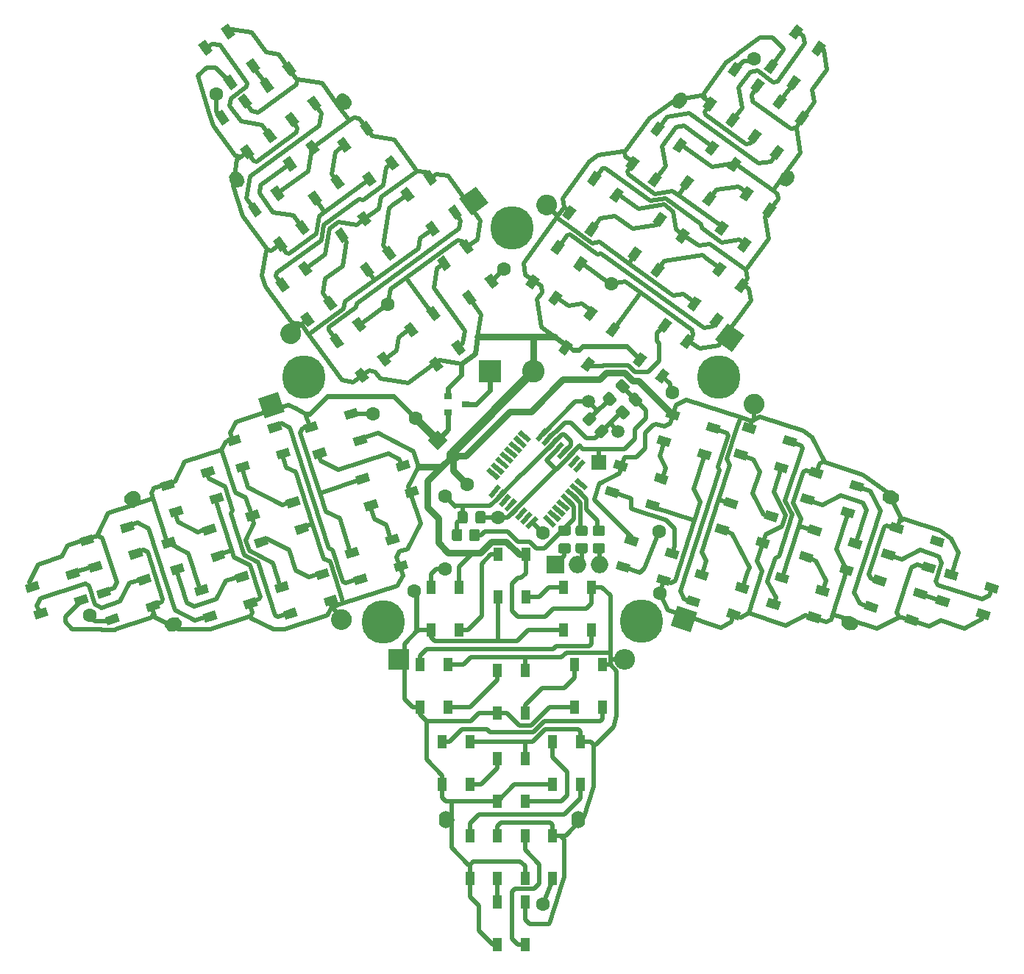
<source format=gbr>
%TF.GenerationSoftware,KiCad,Pcbnew,(5.1.8)-1*%
%TF.CreationDate,2021-10-28T00:16:18+03:00*%
%TF.ProjectId,StarDuino,53746172-4475-4696-9e6f-2e6b69636164,rev?*%
%TF.SameCoordinates,Original*%
%TF.FileFunction,Copper,L1,Top*%
%TF.FilePolarity,Positive*%
%FSLAX46Y46*%
G04 Gerber Fmt 4.6, Leading zero omitted, Abs format (unit mm)*
G04 Created by KiCad (PCBNEW (5.1.8)-1) date 2021-10-28 00:16:18*
%MOMM*%
%LPD*%
G01*
G04 APERTURE LIST*
%TA.AperFunction,ComponentPad*%
%ADD10O,2.400000X2.400000*%
%TD*%
%TA.AperFunction,ComponentPad*%
%ADD11R,2.400000X2.400000*%
%TD*%
%TA.AperFunction,ComponentPad*%
%ADD12C,0.100000*%
%TD*%
%TA.AperFunction,ComponentPad*%
%ADD13R,1.700000X1.700000*%
%TD*%
%TA.AperFunction,ComponentPad*%
%ADD14C,0.800000*%
%TD*%
%TA.AperFunction,ComponentPad*%
%ADD15C,5.000000*%
%TD*%
%TA.AperFunction,ComponentPad*%
%ADD16O,2.000000X2.000000*%
%TD*%
%TA.AperFunction,ComponentPad*%
%ADD17R,2.000000X2.000000*%
%TD*%
%TA.AperFunction,SMDPad,CuDef*%
%ADD18C,0.100000*%
%TD*%
%TA.AperFunction,ComponentPad*%
%ADD19C,1.600000*%
%TD*%
%TA.AperFunction,ComponentPad*%
%ADD20R,2.600000X2.600000*%
%TD*%
%TA.AperFunction,ComponentPad*%
%ADD21C,2.600000*%
%TD*%
%TA.AperFunction,SMDPad,CuDef*%
%ADD22R,0.900000X0.800000*%
%TD*%
%TA.AperFunction,SMDPad,CuDef*%
%ADD23R,1.000000X1.500000*%
%TD*%
%TA.AperFunction,ComponentPad*%
%ADD24C,1.500000*%
%TD*%
%TA.AperFunction,ComponentPad*%
%ADD25O,1.600000X2.000000*%
%TD*%
%TA.AperFunction,ViaPad*%
%ADD26C,1.600000*%
%TD*%
%TA.AperFunction,Conductor*%
%ADD27C,0.500000*%
%TD*%
%TA.AperFunction,Conductor*%
%ADD28C,0.600000*%
%TD*%
%TA.AperFunction,Conductor*%
%ADD29C,0.800000*%
%TD*%
%TA.AperFunction,Conductor*%
%ADD30C,1.000000*%
%TD*%
%TA.AperFunction,Conductor*%
%ADD31C,0.900000*%
%TD*%
G04 APERTURE END LIST*
D10*
%TO.P,C10,2*%
%TO.N,GND*%
X117694000Y-115443000D03*
D11*
%TO.P,C10,1*%
%TO.N,VCC*%
X91694000Y-115443000D03*
%TD*%
%TO.P,C9,2*%
%TO.N,GND*%
%TA.AperFunction,ComponentPad*%
G36*
G01*
X84752622Y-109692201D02*
X84752622Y-109692201D01*
G75*
G02*
X86264710Y-110462649I370820J-1141268D01*
G01*
X86264710Y-110462649D01*
G75*
G02*
X85494262Y-111974737I-1141268J-370820D01*
G01*
X85494262Y-111974737D01*
G75*
G02*
X83982174Y-111204289I-370820J1141268D01*
G01*
X83982174Y-111204289D01*
G75*
G02*
X84752622Y-109692201I1141268J370820D01*
G01*
G37*
%TD.AperFunction*%
%TA.AperFunction,ComponentPad*%
D12*
%TO.P,C9,1*%
%TO.N,VCC*%
G36*
X75576912Y-85335553D02*
G01*
X77859447Y-84593912D01*
X78601088Y-86876447D01*
X76318553Y-87618088D01*
X75576912Y-85335553D01*
G37*
%TD.AperFunction*%
%TD*%
%TO.P,C8,2*%
%TO.N,GND*%
%TA.AperFunction,ComponentPad*%
G36*
G01*
X109730378Y-63781925D02*
X109730378Y-63781925D01*
G75*
G02*
X108054216Y-64047403I-970820J705342D01*
G01*
X108054216Y-64047403D01*
G75*
G02*
X107788738Y-62371241I705342J970820D01*
G01*
X107788738Y-62371241D01*
G75*
G02*
X109464900Y-62105763I970820J-705342D01*
G01*
X109464900Y-62105763D01*
G75*
G02*
X109730378Y-63781925I-705342J-970820D01*
G01*
G37*
%TD.AperFunction*%
%TA.AperFunction,ComponentPad*%
%TO.P,C8,1*%
%TO.N,VCC*%
G36*
X131470163Y-78093522D02*
G01*
X130059478Y-80035163D01*
X128117837Y-78624478D01*
X129528522Y-76682837D01*
X131470163Y-78093522D01*
G37*
%TD.AperFunction*%
%TD*%
%TO.P,C7,2*%
%TO.N,GND*%
%TA.AperFunction,ComponentPad*%
G36*
G01*
X132250622Y-87157799D02*
X132250622Y-87157799D01*
G75*
G02*
X131480174Y-85645711I370820J1141268D01*
G01*
X131480174Y-85645711D01*
G75*
G02*
X132992262Y-84875263I1141268J-370820D01*
G01*
X132992262Y-84875263D01*
G75*
G02*
X133762710Y-86387351I-370820J-1141268D01*
G01*
X133762710Y-86387351D01*
G75*
G02*
X132250622Y-87157799I-1141268J370820D01*
G01*
G37*
%TD.AperFunction*%
%TA.AperFunction,ComponentPad*%
%TO.P,C7,1*%
%TO.N,VCC*%
G36*
X125357447Y-112256088D02*
G01*
X123074912Y-111514447D01*
X123816553Y-109231912D01*
X126099088Y-109973553D01*
X125357447Y-112256088D01*
G37*
%TD.AperFunction*%
%TD*%
D13*
%TO.P,J3,1*%
%TO.N,GND*%
X114744500Y-92710000D03*
%TD*%
%TO.P,C6,2*%
%TO.N,GND*%
%TA.AperFunction,ComponentPad*%
G36*
G01*
X80266378Y-77188075D02*
X80266378Y-77188075D01*
G75*
G02*
X80000900Y-78864237I-970820J-705342D01*
G01*
X80000900Y-78864237D01*
G75*
G02*
X78324738Y-78598759I-705342J970820D01*
G01*
X78324738Y-78598759D01*
G75*
G02*
X78590216Y-76922597I970820J705342D01*
G01*
X78590216Y-76922597D01*
G75*
G02*
X80266378Y-77188075I705342J-970820D01*
G01*
G37*
%TD.AperFunction*%
%TA.AperFunction,ComponentPad*%
D12*
%TO.P,C6,1*%
%TO.N,VCC*%
G36*
X100595478Y-60934837D02*
G01*
X102006163Y-62876478D01*
X100064522Y-64287163D01*
X98653837Y-62345522D01*
X100595478Y-60934837D01*
G37*
%TD.AperFunction*%
%TD*%
%TO.P,R4,2*%
%TO.N,/TX*%
%TA.AperFunction,SMDPad,CuDef*%
G36*
G01*
X115194501Y-101200000D02*
X114294499Y-101200000D01*
G75*
G02*
X114044500Y-100950001I0J249999D01*
G01*
X114044500Y-100249999D01*
G75*
G02*
X114294499Y-100000000I249999J0D01*
G01*
X115194501Y-100000000D01*
G75*
G02*
X115444500Y-100249999I0J-249999D01*
G01*
X115444500Y-100950001D01*
G75*
G02*
X115194501Y-101200000I-249999J0D01*
G01*
G37*
%TD.AperFunction*%
%TO.P,R4,1*%
%TO.N,Net-(J2-Pad3)*%
%TA.AperFunction,SMDPad,CuDef*%
G36*
G01*
X115194501Y-103200000D02*
X114294499Y-103200000D01*
G75*
G02*
X114044500Y-102950001I0J249999D01*
G01*
X114044500Y-102249999D01*
G75*
G02*
X114294499Y-102000000I249999J0D01*
G01*
X115194501Y-102000000D01*
G75*
G02*
X115444500Y-102249999I0J-249999D01*
G01*
X115444500Y-102950001D01*
G75*
G02*
X115194501Y-103200000I-249999J0D01*
G01*
G37*
%TD.AperFunction*%
%TD*%
%TO.P,R3,2*%
%TO.N,/RX*%
%TA.AperFunction,SMDPad,CuDef*%
G36*
G01*
X113226001Y-101200000D02*
X112325999Y-101200000D01*
G75*
G02*
X112076000Y-100950001I0J249999D01*
G01*
X112076000Y-100249999D01*
G75*
G02*
X112325999Y-100000000I249999J0D01*
G01*
X113226001Y-100000000D01*
G75*
G02*
X113476000Y-100249999I0J-249999D01*
G01*
X113476000Y-100950001D01*
G75*
G02*
X113226001Y-101200000I-249999J0D01*
G01*
G37*
%TD.AperFunction*%
%TO.P,R3,1*%
%TO.N,Net-(J2-Pad2)*%
%TA.AperFunction,SMDPad,CuDef*%
G36*
G01*
X113226001Y-103200000D02*
X112325999Y-103200000D01*
G75*
G02*
X112076000Y-102950001I0J249999D01*
G01*
X112076000Y-102249999D01*
G75*
G02*
X112325999Y-102000000I249999J0D01*
G01*
X113226001Y-102000000D01*
G75*
G02*
X113476000Y-102249999I0J-249999D01*
G01*
X113476000Y-102950001D01*
G75*
G02*
X113226001Y-103200000I-249999J0D01*
G01*
G37*
%TD.AperFunction*%
%TD*%
D14*
%TO.P,H10,1*%
%TO.N,Net-(H10-Pad1)*%
X82097825Y-81541675D03*
X80772000Y-80992500D03*
X79446175Y-81541675D03*
X78897000Y-82867500D03*
X79446175Y-84193325D03*
X80772000Y-84742500D03*
X82097825Y-84193325D03*
X82647000Y-82867500D03*
D15*
X80772000Y-82867500D03*
%TD*%
D14*
%TO.P,H9,1*%
%TO.N,Net-(H9-Pad1)*%
X106075770Y-64396675D03*
X104749945Y-63847500D03*
X103424120Y-64396675D03*
X102874945Y-65722500D03*
X103424120Y-67048325D03*
X104749945Y-67597500D03*
X106075770Y-67048325D03*
X106624945Y-65722500D03*
D15*
X104749945Y-65722500D03*
%TD*%
D14*
%TO.P,H8,1*%
%TO.N,Net-(H8-Pad1)*%
X91241825Y-109799175D03*
X89916000Y-109250000D03*
X88590175Y-109799175D03*
X88041000Y-111125000D03*
X88590175Y-112450825D03*
X89916000Y-113000000D03*
X91241825Y-112450825D03*
X91791000Y-111125000D03*
D15*
X89916000Y-111125000D03*
%TD*%
D14*
%TO.P,H7,1*%
%TO.N,Net-(H7-Pad1)*%
X120959825Y-109672175D03*
X119634000Y-109123000D03*
X118308175Y-109672175D03*
X117759000Y-110998000D03*
X118308175Y-112323825D03*
X119634000Y-112873000D03*
X120959825Y-112323825D03*
X121509000Y-110998000D03*
D15*
X119634000Y-110998000D03*
%TD*%
D14*
%TO.P,H6,1*%
%TO.N,Net-(H6-Pad1)*%
X129849825Y-81605175D03*
X128524000Y-81056000D03*
X127198175Y-81605175D03*
X126649000Y-82931000D03*
X127198175Y-84256825D03*
X128524000Y-84806000D03*
X129849825Y-84256825D03*
X130399000Y-82931000D03*
D15*
X128524000Y-82931000D03*
%TD*%
%TO.P,C5,2*%
%TO.N,/~Reset*%
%TA.AperFunction,SMDPad,CuDef*%
G36*
G01*
X111282500Y-101150000D02*
X110332500Y-101150000D01*
G75*
G02*
X110082500Y-100900000I0J250000D01*
G01*
X110082500Y-100225000D01*
G75*
G02*
X110332500Y-99975000I250000J0D01*
G01*
X111282500Y-99975000D01*
G75*
G02*
X111532500Y-100225000I0J-250000D01*
G01*
X111532500Y-100900000D01*
G75*
G02*
X111282500Y-101150000I-250000J0D01*
G01*
G37*
%TD.AperFunction*%
%TO.P,C5,1*%
%TO.N,Net-(C5-Pad1)*%
%TA.AperFunction,SMDPad,CuDef*%
G36*
G01*
X111282500Y-103225000D02*
X110332500Y-103225000D01*
G75*
G02*
X110082500Y-102975000I0J250000D01*
G01*
X110082500Y-102300000D01*
G75*
G02*
X110332500Y-102050000I250000J0D01*
G01*
X111282500Y-102050000D01*
G75*
G02*
X111532500Y-102300000I0J-250000D01*
G01*
X111532500Y-102975000D01*
G75*
G02*
X111282500Y-103225000I-250000J0D01*
G01*
G37*
%TD.AperFunction*%
%TD*%
D16*
%TO.P,J2,3*%
%TO.N,Net-(J2-Pad3)*%
X114807999Y-104521000D03*
%TO.P,J2,2*%
%TO.N,Net-(J2-Pad2)*%
X112268000Y-104521000D03*
D17*
%TO.P,J2,1*%
%TO.N,Net-(C5-Pad1)*%
X109728000Y-104521000D03*
%TD*%
%TO.P,R1,2*%
%TO.N,Net-(C1-Pad1)*%
%TA.AperFunction,SMDPad,CuDef*%
G36*
G01*
X114390249Y-87845851D02*
X113753851Y-88482249D01*
G75*
G02*
X113400299Y-88482249I-176776J176776D01*
G01*
X112905323Y-87987273D01*
G75*
G02*
X112905323Y-87633721I176776J176776D01*
G01*
X113541721Y-86997323D01*
G75*
G02*
X113895273Y-86997323I176776J-176776D01*
G01*
X114390249Y-87492299D01*
G75*
G02*
X114390249Y-87845851I-176776J-176776D01*
G01*
G37*
%TD.AperFunction*%
%TO.P,R1,1*%
%TO.N,Net-(C2-Pad1)*%
%TA.AperFunction,SMDPad,CuDef*%
G36*
G01*
X115804463Y-89260065D02*
X115168065Y-89896463D01*
G75*
G02*
X114814513Y-89896463I-176776J176776D01*
G01*
X114319537Y-89401487D01*
G75*
G02*
X114319537Y-89047935I176776J176776D01*
G01*
X114955935Y-88411537D01*
G75*
G02*
X115309487Y-88411537I176776J-176776D01*
G01*
X115804463Y-88906513D01*
G75*
G02*
X115804463Y-89260065I-176776J-176776D01*
G01*
G37*
%TD.AperFunction*%
%TD*%
%TO.P,C4,2*%
%TO.N,VCC*%
%TA.AperFunction,SMDPad,CuDef*%
G36*
G01*
X99647500Y-98585000D02*
X99647500Y-99535000D01*
G75*
G02*
X99397500Y-99785000I-250000J0D01*
G01*
X98722500Y-99785000D01*
G75*
G02*
X98472500Y-99535000I0J250000D01*
G01*
X98472500Y-98585000D01*
G75*
G02*
X98722500Y-98335000I250000J0D01*
G01*
X99397500Y-98335000D01*
G75*
G02*
X99647500Y-98585000I0J-250000D01*
G01*
G37*
%TD.AperFunction*%
%TO.P,C4,1*%
%TO.N,GND*%
%TA.AperFunction,SMDPad,CuDef*%
G36*
G01*
X101722500Y-98585000D02*
X101722500Y-99535000D01*
G75*
G02*
X101472500Y-99785000I-250000J0D01*
G01*
X100797500Y-99785000D01*
G75*
G02*
X100547500Y-99535000I0J250000D01*
G01*
X100547500Y-98585000D01*
G75*
G02*
X100797500Y-98335000I250000J0D01*
G01*
X101472500Y-98335000D01*
G75*
G02*
X101722500Y-98585000I0J-250000D01*
G01*
G37*
%TD.AperFunction*%
%TD*%
%TA.AperFunction,SMDPad,CuDef*%
D18*
%TO.P,D30,3*%
%TO.N,GND*%
G36*
X81221544Y-61992525D02*
G01*
X82030561Y-61404740D01*
X82912238Y-62618265D01*
X82103221Y-63206050D01*
X81221544Y-61992525D01*
G37*
%TD.AperFunction*%
%TA.AperFunction,SMDPad,CuDef*%
%TO.P,D30,4*%
%TO.N,Net-(D26-Pad2)*%
G36*
X83810398Y-60111612D02*
G01*
X84619415Y-59523827D01*
X85501092Y-60737352D01*
X84692075Y-61325137D01*
X83810398Y-60111612D01*
G37*
%TD.AperFunction*%
%TA.AperFunction,SMDPad,CuDef*%
%TO.P,D30,2*%
%TO.N,Net-(D30-Pad2)*%
G36*
X78341396Y-58028342D02*
G01*
X79150413Y-57440557D01*
X80032090Y-58654082D01*
X79223073Y-59241867D01*
X78341396Y-58028342D01*
G37*
%TD.AperFunction*%
%TA.AperFunction,SMDPad,CuDef*%
%TO.P,D30,1*%
%TO.N,VCC*%
G36*
X80930250Y-56147429D02*
G01*
X81739267Y-55559644D01*
X82620944Y-56773169D01*
X81811927Y-57360954D01*
X80930250Y-56147429D01*
G37*
%TD.AperFunction*%
%TD*%
%TO.P,C1,2*%
%TO.N,GND*%
%TA.AperFunction,SMDPad,CuDef*%
G36*
G01*
X117395450Y-84698301D02*
X116723699Y-84026550D01*
G75*
G02*
X116723699Y-83672996I176777J176777D01*
G01*
X117200996Y-83195699D01*
G75*
G02*
X117554550Y-83195699I176777J-176777D01*
G01*
X118226301Y-83867450D01*
G75*
G02*
X118226301Y-84221004I-176777J-176777D01*
G01*
X117749004Y-84698301D01*
G75*
G02*
X117395450Y-84698301I-176777J176777D01*
G01*
G37*
%TD.AperFunction*%
%TO.P,C1,1*%
%TO.N,Net-(C1-Pad1)*%
%TA.AperFunction,SMDPad,CuDef*%
G36*
G01*
X115928204Y-86165547D02*
X115256453Y-85493796D01*
G75*
G02*
X115256453Y-85140242I176777J176777D01*
G01*
X115733750Y-84662945D01*
G75*
G02*
X116087304Y-84662945I176777J-176777D01*
G01*
X116759055Y-85334696D01*
G75*
G02*
X116759055Y-85688250I-176777J-176777D01*
G01*
X116281758Y-86165547D01*
G75*
G02*
X115928204Y-86165547I-176777J176777D01*
G01*
G37*
%TD.AperFunction*%
%TD*%
%TO.P,C2,1*%
%TO.N,Net-(C2-Pad1)*%
%TA.AperFunction,SMDPad,CuDef*%
G36*
G01*
X117423827Y-87717924D02*
X116752076Y-87046173D01*
G75*
G02*
X116752076Y-86692619I176777J176777D01*
G01*
X117229373Y-86215322D01*
G75*
G02*
X117582927Y-86215322I176777J-176777D01*
G01*
X118254678Y-86887073D01*
G75*
G02*
X118254678Y-87240627I-176777J-176777D01*
G01*
X117777381Y-87717924D01*
G75*
G02*
X117423827Y-87717924I-176777J176777D01*
G01*
G37*
%TD.AperFunction*%
%TO.P,C2,2*%
%TO.N,GND*%
%TA.AperFunction,SMDPad,CuDef*%
G36*
G01*
X118891073Y-86250678D02*
X118219322Y-85578927D01*
G75*
G02*
X118219322Y-85225373I176777J176777D01*
G01*
X118696619Y-84748076D01*
G75*
G02*
X119050173Y-84748076I176777J-176777D01*
G01*
X119721924Y-85419827D01*
G75*
G02*
X119721924Y-85773381I-176777J-176777D01*
G01*
X119244627Y-86250678D01*
G75*
G02*
X118891073Y-86250678I-176777J176777D01*
G01*
G37*
%TD.AperFunction*%
%TD*%
%TA.AperFunction,ComponentPad*%
D12*
%TO.P,C3,1*%
%TO.N,VCC*%
G36*
X95071129Y-90170000D02*
G01*
X96202500Y-89038629D01*
X97333871Y-90170000D01*
X96202500Y-91301371D01*
X95071129Y-90170000D01*
G37*
%TD.AperFunction*%
D19*
%TO.P,C3,2*%
%TO.N,GND*%
X97970267Y-91937767D03*
%TD*%
D20*
%TO.P,J1,1*%
%TO.N,Net-(J1-Pad1)*%
X102235000Y-82232500D03*
D21*
%TO.P,J1,2*%
%TO.N,GND*%
X107235000Y-82232500D03*
%TD*%
D22*
%TO.P,Q1,1*%
%TO.N,GND*%
X97425000Y-85092500D03*
%TO.P,Q1,2*%
%TO.N,VCC*%
X97425000Y-86992500D03*
%TO.P,Q1,3*%
%TO.N,Net-(J1-Pad1)*%
X99425000Y-86042500D03*
%TD*%
%TA.AperFunction,SMDPad,CuDef*%
D18*
%TO.P,U1,1*%
%TO.N,Net-(U1-Pad1)*%
G36*
X112812840Y-92369514D02*
G01*
X113234164Y-92723047D01*
X112205704Y-93948718D01*
X111784380Y-93595185D01*
X112812840Y-92369514D01*
G37*
%TD.AperFunction*%
%TA.AperFunction,SMDPad,CuDef*%
%TO.P,U1,2*%
%TO.N,Net-(U1-Pad2)*%
G36*
X112200004Y-91855284D02*
G01*
X112621328Y-92208817D01*
X111592868Y-93434488D01*
X111171544Y-93080955D01*
X112200004Y-91855284D01*
G37*
%TD.AperFunction*%
%TA.AperFunction,SMDPad,CuDef*%
%TO.P,U1,3*%
%TO.N,GND*%
G36*
X111587169Y-91341054D02*
G01*
X112008493Y-91694587D01*
X110980033Y-92920258D01*
X110558709Y-92566725D01*
X111587169Y-91341054D01*
G37*
%TD.AperFunction*%
%TA.AperFunction,SMDPad,CuDef*%
%TO.P,U1,4*%
%TO.N,VCC*%
G36*
X110974333Y-90826824D02*
G01*
X111395657Y-91180357D01*
X110367197Y-92406028D01*
X109945873Y-92052495D01*
X110974333Y-90826824D01*
G37*
%TD.AperFunction*%
%TA.AperFunction,SMDPad,CuDef*%
%TO.P,U1,5*%
%TO.N,GND*%
G36*
X110361498Y-90312594D02*
G01*
X110782822Y-90666127D01*
X109754362Y-91891798D01*
X109333038Y-91538265D01*
X110361498Y-90312594D01*
G37*
%TD.AperFunction*%
%TA.AperFunction,SMDPad,CuDef*%
%TO.P,U1,6*%
%TO.N,VCC*%
G36*
X109748662Y-89798364D02*
G01*
X110169986Y-90151897D01*
X109141526Y-91377568D01*
X108720202Y-91024035D01*
X109748662Y-89798364D01*
G37*
%TD.AperFunction*%
%TA.AperFunction,SMDPad,CuDef*%
%TO.P,U1,7*%
%TO.N,Net-(C2-Pad1)*%
G36*
X109135826Y-89284134D02*
G01*
X109557150Y-89637667D01*
X108528690Y-90863338D01*
X108107366Y-90509805D01*
X109135826Y-89284134D01*
G37*
%TD.AperFunction*%
%TA.AperFunction,SMDPad,CuDef*%
%TO.P,U1,8*%
%TO.N,Net-(C1-Pad1)*%
G36*
X108522991Y-88769904D02*
G01*
X108944315Y-89123437D01*
X107915855Y-90349108D01*
X107494531Y-89995575D01*
X108522991Y-88769904D01*
G37*
%TD.AperFunction*%
%TA.AperFunction,SMDPad,CuDef*%
%TO.P,U1,9*%
%TO.N,Net-(U1-Pad9)*%
G36*
X105387014Y-89434660D02*
G01*
X105740547Y-89013336D01*
X106966218Y-90041796D01*
X106612685Y-90463120D01*
X105387014Y-89434660D01*
G37*
%TD.AperFunction*%
%TA.AperFunction,SMDPad,CuDef*%
%TO.P,U1,10*%
%TO.N,Net-(U1-Pad10)*%
G36*
X104872784Y-90047496D02*
G01*
X105226317Y-89626172D01*
X106451988Y-90654632D01*
X106098455Y-91075956D01*
X104872784Y-90047496D01*
G37*
%TD.AperFunction*%
%TA.AperFunction,SMDPad,CuDef*%
%TO.P,U1,11*%
%TO.N,Net-(U1-Pad11)*%
G36*
X104358554Y-90660331D02*
G01*
X104712087Y-90239007D01*
X105937758Y-91267467D01*
X105584225Y-91688791D01*
X104358554Y-90660331D01*
G37*
%TD.AperFunction*%
%TA.AperFunction,SMDPad,CuDef*%
%TO.P,U1,12*%
%TO.N,Net-(U1-Pad12)*%
G36*
X103844324Y-91273167D02*
G01*
X104197857Y-90851843D01*
X105423528Y-91880303D01*
X105069995Y-92301627D01*
X103844324Y-91273167D01*
G37*
%TD.AperFunction*%
%TA.AperFunction,SMDPad,CuDef*%
%TO.P,U1,13*%
%TO.N,Net-(U1-Pad13)*%
G36*
X103330094Y-91886002D02*
G01*
X103683627Y-91464678D01*
X104909298Y-92493138D01*
X104555765Y-92914462D01*
X103330094Y-91886002D01*
G37*
%TD.AperFunction*%
%TA.AperFunction,SMDPad,CuDef*%
%TO.P,U1,14*%
%TO.N,Net-(U1-Pad14)*%
G36*
X102815864Y-92498838D02*
G01*
X103169397Y-92077514D01*
X104395068Y-93105974D01*
X104041535Y-93527298D01*
X102815864Y-92498838D01*
G37*
%TD.AperFunction*%
%TA.AperFunction,SMDPad,CuDef*%
%TO.P,U1,15*%
%TO.N,Net-(U1-Pad15)*%
G36*
X102301634Y-93111674D02*
G01*
X102655167Y-92690350D01*
X103880838Y-93718810D01*
X103527305Y-94140134D01*
X102301634Y-93111674D01*
G37*
%TD.AperFunction*%
%TA.AperFunction,SMDPad,CuDef*%
%TO.P,U1,16*%
%TO.N,Net-(U1-Pad16)*%
G36*
X101787404Y-93724509D02*
G01*
X102140937Y-93303185D01*
X103366608Y-94331645D01*
X103013075Y-94752969D01*
X101787404Y-93724509D01*
G37*
%TD.AperFunction*%
%TA.AperFunction,SMDPad,CuDef*%
%TO.P,U1,17*%
%TO.N,Net-(U1-Pad17)*%
G36*
X103059296Y-95281282D02*
G01*
X103480620Y-95634815D01*
X102452160Y-96860486D01*
X102030836Y-96506953D01*
X103059296Y-95281282D01*
G37*
%TD.AperFunction*%
%TA.AperFunction,SMDPad,CuDef*%
%TO.P,U1,18*%
%TO.N,VCC*%
G36*
X103672132Y-95795512D02*
G01*
X104093456Y-96149045D01*
X103064996Y-97374716D01*
X102643672Y-97021183D01*
X103672132Y-95795512D01*
G37*
%TD.AperFunction*%
%TA.AperFunction,SMDPad,CuDef*%
%TO.P,U1,19*%
%TO.N,Net-(U1-Pad19)*%
G36*
X104284967Y-96309742D02*
G01*
X104706291Y-96663275D01*
X103677831Y-97888946D01*
X103256507Y-97535413D01*
X104284967Y-96309742D01*
G37*
%TD.AperFunction*%
%TA.AperFunction,SMDPad,CuDef*%
%TO.P,U1,20*%
%TO.N,Net-(U1-Pad20)*%
G36*
X104897803Y-96823972D02*
G01*
X105319127Y-97177505D01*
X104290667Y-98403176D01*
X103869343Y-98049643D01*
X104897803Y-96823972D01*
G37*
%TD.AperFunction*%
%TA.AperFunction,SMDPad,CuDef*%
%TO.P,U1,21*%
%TO.N,GND*%
G36*
X105510638Y-97338202D02*
G01*
X105931962Y-97691735D01*
X104903502Y-98917406D01*
X104482178Y-98563873D01*
X105510638Y-97338202D01*
G37*
%TD.AperFunction*%
%TA.AperFunction,SMDPad,CuDef*%
%TO.P,U1,22*%
%TO.N,Net-(U1-Pad22)*%
G36*
X106123474Y-97852432D02*
G01*
X106544798Y-98205965D01*
X105516338Y-99431636D01*
X105095014Y-99078103D01*
X106123474Y-97852432D01*
G37*
%TD.AperFunction*%
%TA.AperFunction,SMDPad,CuDef*%
%TO.P,U1,23*%
%TO.N,Net-(U1-Pad23)*%
G36*
X106736310Y-98366662D02*
G01*
X107157634Y-98720195D01*
X106129174Y-99945866D01*
X105707850Y-99592333D01*
X106736310Y-98366662D01*
G37*
%TD.AperFunction*%
%TA.AperFunction,SMDPad,CuDef*%
%TO.P,U1,24*%
%TO.N,Net-(D4-Pad4)*%
G36*
X107349145Y-98880892D02*
G01*
X107770469Y-99234425D01*
X106742009Y-100460096D01*
X106320685Y-100106563D01*
X107349145Y-98880892D01*
G37*
%TD.AperFunction*%
%TA.AperFunction,SMDPad,CuDef*%
%TO.P,U1,25*%
%TO.N,Net-(U1-Pad25)*%
G36*
X108298782Y-99188204D02*
G01*
X108652315Y-98766880D01*
X109877986Y-99795340D01*
X109524453Y-100216664D01*
X108298782Y-99188204D01*
G37*
%TD.AperFunction*%
%TA.AperFunction,SMDPad,CuDef*%
%TO.P,U1,26*%
%TO.N,Net-(U1-Pad26)*%
G36*
X108813012Y-98575368D02*
G01*
X109166545Y-98154044D01*
X110392216Y-99182504D01*
X110038683Y-99603828D01*
X108813012Y-98575368D01*
G37*
%TD.AperFunction*%
%TA.AperFunction,SMDPad,CuDef*%
%TO.P,U1,27*%
%TO.N,Net-(U1-Pad27)*%
G36*
X109327242Y-97962533D02*
G01*
X109680775Y-97541209D01*
X110906446Y-98569669D01*
X110552913Y-98990993D01*
X109327242Y-97962533D01*
G37*
%TD.AperFunction*%
%TA.AperFunction,SMDPad,CuDef*%
%TO.P,U1,28*%
%TO.N,Net-(U1-Pad28)*%
G36*
X109841472Y-97349697D02*
G01*
X110195005Y-96928373D01*
X111420676Y-97956833D01*
X111067143Y-98378157D01*
X109841472Y-97349697D01*
G37*
%TD.AperFunction*%
%TA.AperFunction,SMDPad,CuDef*%
%TO.P,U1,29*%
%TO.N,/~Reset*%
G36*
X110355702Y-96736862D02*
G01*
X110709235Y-96315538D01*
X111934906Y-97343998D01*
X111581373Y-97765322D01*
X110355702Y-96736862D01*
G37*
%TD.AperFunction*%
%TA.AperFunction,SMDPad,CuDef*%
%TO.P,U1,30*%
%TO.N,/RX*%
G36*
X110869932Y-96124026D02*
G01*
X111223465Y-95702702D01*
X112449136Y-96731162D01*
X112095603Y-97152486D01*
X110869932Y-96124026D01*
G37*
%TD.AperFunction*%
%TA.AperFunction,SMDPad,CuDef*%
%TO.P,U1,31*%
%TO.N,/TX*%
G36*
X111384162Y-95511190D02*
G01*
X111737695Y-95089866D01*
X112963366Y-96118326D01*
X112609833Y-96539650D01*
X111384162Y-95511190D01*
G37*
%TD.AperFunction*%
%TA.AperFunction,SMDPad,CuDef*%
%TO.P,U1,32*%
%TO.N,Net-(U1-Pad32)*%
G36*
X111898392Y-94898355D02*
G01*
X112251925Y-94477031D01*
X113477596Y-95505491D01*
X113124063Y-95926815D01*
X111898392Y-94898355D01*
G37*
%TD.AperFunction*%
%TD*%
D23*
%TO.P,D1,1*%
%TO.N,VCC*%
X99898744Y-140610047D03*
%TO.P,D1,2*%
%TO.N,Net-(D1-Pad2)*%
X103098744Y-140610047D03*
%TO.P,D1,4*%
%TO.N,Net-(D1-Pad4)*%
X99898744Y-135710047D03*
%TO.P,D1,3*%
%TO.N,GND*%
X103098744Y-135710047D03*
%TD*%
%TO.P,D2,3*%
%TO.N,GND*%
X99923744Y-124915046D03*
%TO.P,D2,4*%
%TO.N,Net-(D11-Pad2)*%
X96723744Y-124915046D03*
%TO.P,D2,2*%
%TO.N,Net-(D2-Pad2)*%
X99923744Y-129815046D03*
%TO.P,D2,1*%
%TO.N,VCC*%
X96723744Y-129815046D03*
%TD*%
%TO.P,D3,1*%
%TO.N,VCC*%
X94183745Y-120925046D03*
%TO.P,D3,2*%
%TO.N,Net-(D3-Pad2)*%
X97383745Y-120925046D03*
%TO.P,D3,4*%
%TO.N,Net-(D12-Pad2)*%
X94183745Y-116025046D03*
%TO.P,D3,3*%
%TO.N,GND*%
X97383745Y-116025046D03*
%TD*%
%TO.P,D4,3*%
%TO.N,GND*%
X98653744Y-107135047D03*
%TO.P,D4,4*%
%TO.N,Net-(D4-Pad4)*%
X95453744Y-107135047D03*
%TO.P,D4,2*%
%TO.N,Net-(D4-Pad2)*%
X98653744Y-112035047D03*
%TO.P,D4,1*%
%TO.N,VCC*%
X95453744Y-112035047D03*
%TD*%
%TO.P,D5,3*%
%TO.N,GND*%
X106273743Y-143330046D03*
%TO.P,D5,4*%
%TO.N,Net-(D1-Pad2)*%
X103073743Y-143330046D03*
%TO.P,D5,2*%
%TO.N,Net-(D5-Pad2)*%
X106273743Y-148230046D03*
%TO.P,D5,1*%
%TO.N,VCC*%
X103073743Y-148230046D03*
%TD*%
%TO.P,D6,1*%
%TO.N,VCC*%
X103073745Y-131720046D03*
%TO.P,D6,2*%
%TO.N,Net-(D10-Pad4)*%
X106273745Y-131720046D03*
%TO.P,D6,4*%
%TO.N,Net-(D2-Pad2)*%
X103073745Y-126820046D03*
%TO.P,D6,3*%
%TO.N,GND*%
X106273745Y-126820046D03*
%TD*%
%TO.P,D7,3*%
%TO.N,GND*%
X106273743Y-116660046D03*
%TO.P,D7,4*%
%TO.N,Net-(D3-Pad2)*%
X103073743Y-116660046D03*
%TO.P,D7,2*%
%TO.N,Net-(D11-Pad4)*%
X106273743Y-121560046D03*
%TO.P,D7,1*%
%TO.N,VCC*%
X103073743Y-121560046D03*
%TD*%
%TO.P,D8,1*%
%TO.N,VCC*%
X103149944Y-108237747D03*
%TO.P,D8,2*%
%TO.N,Net-(D12-Pad4)*%
X106349944Y-108237747D03*
%TO.P,D8,4*%
%TO.N,Net-(D4-Pad2)*%
X103149944Y-103337747D03*
%TO.P,D8,3*%
%TO.N,GND*%
X106349944Y-103337747D03*
%TD*%
%TO.P,D9,1*%
%TO.N,VCC*%
X106248744Y-140610046D03*
%TO.P,D9,2*%
%TO.N,Net-(D16-Pad4)*%
X109448744Y-140610046D03*
%TO.P,D9,4*%
%TO.N,Net-(D5-Pad2)*%
X106248744Y-135710046D03*
%TO.P,D9,3*%
%TO.N,GND*%
X109448744Y-135710046D03*
%TD*%
%TO.P,D10,3*%
%TO.N,GND*%
X112623745Y-124915046D03*
%TO.P,D10,4*%
%TO.N,Net-(D10-Pad4)*%
X109423745Y-124915046D03*
%TO.P,D10,2*%
%TO.N,Net-(D1-Pad4)*%
X112623745Y-129815046D03*
%TO.P,D10,1*%
%TO.N,VCC*%
X109423745Y-129815046D03*
%TD*%
%TO.P,D11,1*%
%TO.N,VCC*%
X111963744Y-120925046D03*
%TO.P,D11,2*%
%TO.N,Net-(D11-Pad2)*%
X115163744Y-120925046D03*
%TO.P,D11,4*%
%TO.N,Net-(D11-Pad4)*%
X111963744Y-116025046D03*
%TO.P,D11,3*%
%TO.N,GND*%
X115163744Y-116025046D03*
%TD*%
%TO.P,D12,3*%
%TO.N,GND*%
X113893744Y-107135046D03*
%TO.P,D12,4*%
%TO.N,Net-(D12-Pad4)*%
X110693744Y-107135046D03*
%TO.P,D12,2*%
%TO.N,Net-(D12-Pad2)*%
X113893744Y-112035046D03*
%TO.P,D12,1*%
%TO.N,VCC*%
X110693744Y-112035046D03*
%TD*%
%TA.AperFunction,SMDPad,CuDef*%
D18*
%TO.P,D13,3*%
%TO.N,GND*%
G36*
X60903875Y-103945737D02*
G01*
X60594858Y-102994680D01*
X62021443Y-102531155D01*
X62330460Y-103482212D01*
X60903875Y-103945737D01*
G37*
%TD.AperFunction*%
%TA.AperFunction,SMDPad,CuDef*%
%TO.P,D13,4*%
%TO.N,Net-(D13-Pad4)*%
G36*
X59915020Y-100902356D02*
G01*
X59606003Y-99951299D01*
X61032588Y-99487774D01*
X61341605Y-100438831D01*
X59915020Y-100902356D01*
G37*
%TD.AperFunction*%
%TA.AperFunction,SMDPad,CuDef*%
%TO.P,D13,2*%
%TO.N,Net-(D13-Pad2)*%
G36*
X56243698Y-105459920D02*
G01*
X55934681Y-104508863D01*
X57361266Y-104045338D01*
X57670283Y-104996395D01*
X56243698Y-105459920D01*
G37*
%TD.AperFunction*%
%TA.AperFunction,SMDPad,CuDef*%
%TO.P,D13,1*%
%TO.N,VCC*%
G36*
X55254843Y-102416539D02*
G01*
X54945826Y-101465482D01*
X56372411Y-101001957D01*
X56681428Y-101953014D01*
X55254843Y-102416539D01*
G37*
%TD.AperFunction*%
%TD*%
%TA.AperFunction,SMDPad,CuDef*%
%TO.P,D14,1*%
%TO.N,VCC*%
G36*
X64544844Y-96056538D02*
G01*
X64235827Y-95105481D01*
X65662412Y-94641956D01*
X65971429Y-95593013D01*
X64544844Y-96056538D01*
G37*
%TD.AperFunction*%
%TA.AperFunction,SMDPad,CuDef*%
%TO.P,D14,2*%
%TO.N,Net-(D14-Pad2)*%
G36*
X65533699Y-99099919D02*
G01*
X65224682Y-98148862D01*
X66651267Y-97685337D01*
X66960284Y-98636394D01*
X65533699Y-99099919D01*
G37*
%TD.AperFunction*%
%TA.AperFunction,SMDPad,CuDef*%
%TO.P,D14,4*%
%TO.N,Net-(D14-Pad4)*%
G36*
X69205021Y-94542355D02*
G01*
X68896004Y-93591298D01*
X70322589Y-93127773D01*
X70631606Y-94078830D01*
X69205021Y-94542355D01*
G37*
%TD.AperFunction*%
%TA.AperFunction,SMDPad,CuDef*%
%TO.P,D14,3*%
%TO.N,GND*%
G36*
X70193876Y-97585736D02*
G01*
X69884859Y-96634679D01*
X71311444Y-96171154D01*
X71620461Y-97122211D01*
X70193876Y-97585736D01*
G37*
%TD.AperFunction*%
%TD*%
%TA.AperFunction,SMDPad,CuDef*%
%TO.P,D15,3*%
%TO.N,GND*%
G36*
X77863875Y-92425737D02*
G01*
X77554858Y-91474680D01*
X78981443Y-91011155D01*
X79290460Y-91962212D01*
X77863875Y-92425737D01*
G37*
%TD.AperFunction*%
%TA.AperFunction,SMDPad,CuDef*%
%TO.P,D15,4*%
%TO.N,Net-(D15-Pad4)*%
G36*
X76875020Y-89382356D02*
G01*
X76566003Y-88431299D01*
X77992588Y-87967774D01*
X78301605Y-88918831D01*
X76875020Y-89382356D01*
G37*
%TD.AperFunction*%
%TA.AperFunction,SMDPad,CuDef*%
%TO.P,D15,2*%
%TO.N,Net-(D15-Pad2)*%
G36*
X73203698Y-93939920D02*
G01*
X72894681Y-92988863D01*
X74321266Y-92525338D01*
X74630283Y-93476395D01*
X73203698Y-93939920D01*
G37*
%TD.AperFunction*%
%TA.AperFunction,SMDPad,CuDef*%
%TO.P,D15,1*%
%TO.N,VCC*%
G36*
X72214843Y-90896539D02*
G01*
X71905826Y-89945482D01*
X73332411Y-89481957D01*
X73641428Y-90433014D01*
X72214843Y-90896539D01*
G37*
%TD.AperFunction*%
%TD*%
%TA.AperFunction,SMDPad,CuDef*%
%TO.P,D16,1*%
%TO.N,VCC*%
G36*
X81054843Y-89356538D02*
G01*
X80745826Y-88405481D01*
X82172411Y-87941956D01*
X82481428Y-88893013D01*
X81054843Y-89356538D01*
G37*
%TD.AperFunction*%
%TA.AperFunction,SMDPad,CuDef*%
%TO.P,D16,2*%
%TO.N,Net-(D16-Pad2)*%
G36*
X82043698Y-92399919D02*
G01*
X81734681Y-91448862D01*
X83161266Y-90985337D01*
X83470283Y-91936394D01*
X82043698Y-92399919D01*
G37*
%TD.AperFunction*%
%TA.AperFunction,SMDPad,CuDef*%
%TO.P,D16,4*%
%TO.N,Net-(D16-Pad4)*%
G36*
X85715020Y-87842355D02*
G01*
X85406003Y-86891298D01*
X86832588Y-86427773D01*
X87141605Y-87378830D01*
X85715020Y-87842355D01*
G37*
%TD.AperFunction*%
%TA.AperFunction,SMDPad,CuDef*%
%TO.P,D16,3*%
%TO.N,GND*%
G36*
X86703875Y-90885736D02*
G01*
X86394858Y-89934679D01*
X87821443Y-89471154D01*
X88130460Y-90422211D01*
X86703875Y-90885736D01*
G37*
%TD.AperFunction*%
%TD*%
%TA.AperFunction,SMDPad,CuDef*%
%TO.P,D17,1*%
%TO.N,VCC*%
G36*
X48994843Y-107786539D02*
G01*
X48685826Y-106835482D01*
X50112411Y-106371957D01*
X50421428Y-107323014D01*
X48994843Y-107786539D01*
G37*
%TD.AperFunction*%
%TA.AperFunction,SMDPad,CuDef*%
%TO.P,D17,2*%
%TO.N,Net-(D17-Pad2)*%
G36*
X49983698Y-110829920D02*
G01*
X49674681Y-109878863D01*
X51101266Y-109415338D01*
X51410283Y-110366395D01*
X49983698Y-110829920D01*
G37*
%TD.AperFunction*%
%TA.AperFunction,SMDPad,CuDef*%
%TO.P,D17,4*%
%TO.N,Net-(D13-Pad2)*%
G36*
X53655020Y-106272356D02*
G01*
X53346003Y-105321299D01*
X54772588Y-104857774D01*
X55081605Y-105808831D01*
X53655020Y-106272356D01*
G37*
%TD.AperFunction*%
%TA.AperFunction,SMDPad,CuDef*%
%TO.P,D17,3*%
%TO.N,GND*%
G36*
X54643875Y-109315737D02*
G01*
X54334858Y-108364680D01*
X55761443Y-107901155D01*
X56070460Y-108852212D01*
X54643875Y-109315737D01*
G37*
%TD.AperFunction*%
%TD*%
%TA.AperFunction,SMDPad,CuDef*%
%TO.P,D18,3*%
%TO.N,GND*%
G36*
X70343875Y-104215736D02*
G01*
X70034858Y-103264679D01*
X71461443Y-102801154D01*
X71770460Y-103752211D01*
X70343875Y-104215736D01*
G37*
%TD.AperFunction*%
%TA.AperFunction,SMDPad,CuDef*%
%TO.P,D18,4*%
%TO.N,Net-(D14-Pad2)*%
G36*
X69355020Y-101172355D02*
G01*
X69046003Y-100221298D01*
X70472588Y-99757773D01*
X70781605Y-100708830D01*
X69355020Y-101172355D01*
G37*
%TD.AperFunction*%
%TA.AperFunction,SMDPad,CuDef*%
%TO.P,D18,2*%
%TO.N,Net-(D18-Pad2)*%
G36*
X65683698Y-105729919D02*
G01*
X65374681Y-104778862D01*
X66801266Y-104315337D01*
X67110283Y-105266394D01*
X65683698Y-105729919D01*
G37*
%TD.AperFunction*%
%TA.AperFunction,SMDPad,CuDef*%
%TO.P,D18,1*%
%TO.N,VCC*%
G36*
X64694843Y-102686538D02*
G01*
X64385826Y-101735481D01*
X65812411Y-101271956D01*
X66121428Y-102223013D01*
X64694843Y-102686538D01*
G37*
%TD.AperFunction*%
%TD*%
%TA.AperFunction,SMDPad,CuDef*%
%TO.P,D19,1*%
%TO.N,VCC*%
G36*
X74354845Y-99546538D02*
G01*
X74045828Y-98595481D01*
X75472413Y-98131956D01*
X75781430Y-99083013D01*
X74354845Y-99546538D01*
G37*
%TD.AperFunction*%
%TA.AperFunction,SMDPad,CuDef*%
%TO.P,D19,2*%
%TO.N,Net-(D19-Pad2)*%
G36*
X75343700Y-102589919D02*
G01*
X75034683Y-101638862D01*
X76461268Y-101175337D01*
X76770285Y-102126394D01*
X75343700Y-102589919D01*
G37*
%TD.AperFunction*%
%TA.AperFunction,SMDPad,CuDef*%
%TO.P,D19,4*%
%TO.N,Net-(D15-Pad2)*%
G36*
X79015022Y-98032355D02*
G01*
X78706005Y-97081298D01*
X80132590Y-96617773D01*
X80441607Y-97568830D01*
X79015022Y-98032355D01*
G37*
%TD.AperFunction*%
%TA.AperFunction,SMDPad,CuDef*%
%TO.P,D19,3*%
%TO.N,GND*%
G36*
X80003877Y-101075736D02*
G01*
X79694860Y-100124679D01*
X81121445Y-99661154D01*
X81430462Y-100612211D01*
X80003877Y-101075736D01*
G37*
%TD.AperFunction*%
%TD*%
%TA.AperFunction,SMDPad,CuDef*%
%TO.P,D20,3*%
%TO.N,GND*%
G36*
X92664676Y-96845635D02*
G01*
X92355659Y-95894578D01*
X93782244Y-95431053D01*
X94091261Y-96382110D01*
X92664676Y-96845635D01*
G37*
%TD.AperFunction*%
%TA.AperFunction,SMDPad,CuDef*%
%TO.P,D20,4*%
%TO.N,Net-(D16-Pad2)*%
G36*
X91675821Y-93802254D02*
G01*
X91366804Y-92851197D01*
X92793389Y-92387672D01*
X93102406Y-93338729D01*
X91675821Y-93802254D01*
G37*
%TD.AperFunction*%
%TA.AperFunction,SMDPad,CuDef*%
%TO.P,D20,2*%
%TO.N,Net-(D20-Pad2)*%
G36*
X88004499Y-98359818D02*
G01*
X87695482Y-97408761D01*
X89122067Y-96945236D01*
X89431084Y-97896293D01*
X88004499Y-98359818D01*
G37*
%TD.AperFunction*%
%TA.AperFunction,SMDPad,CuDef*%
%TO.P,D20,1*%
%TO.N,VCC*%
G36*
X87015644Y-95316437D02*
G01*
X86706627Y-94365380D01*
X88133212Y-93901855D01*
X88442229Y-94852912D01*
X87015644Y-95316437D01*
G37*
%TD.AperFunction*%
%TD*%
%TA.AperFunction,SMDPad,CuDef*%
%TO.P,D21,3*%
%TO.N,GND*%
G36*
X62863875Y-109985737D02*
G01*
X62554858Y-109034680D01*
X63981443Y-108571155D01*
X64290460Y-109522212D01*
X62863875Y-109985737D01*
G37*
%TD.AperFunction*%
%TA.AperFunction,SMDPad,CuDef*%
%TO.P,D21,4*%
%TO.N,Net-(D17-Pad2)*%
G36*
X61875020Y-106942356D02*
G01*
X61566003Y-105991299D01*
X62992588Y-105527774D01*
X63301605Y-106478831D01*
X61875020Y-106942356D01*
G37*
%TD.AperFunction*%
%TA.AperFunction,SMDPad,CuDef*%
%TO.P,D21,2*%
%TO.N,Net-(D21-Pad2)*%
G36*
X58203698Y-111499920D02*
G01*
X57894681Y-110548863D01*
X59321266Y-110085338D01*
X59630283Y-111036395D01*
X58203698Y-111499920D01*
G37*
%TD.AperFunction*%
%TA.AperFunction,SMDPad,CuDef*%
%TO.P,D21,1*%
%TO.N,VCC*%
G36*
X57214843Y-108456539D02*
G01*
X56905826Y-107505482D01*
X58332411Y-107041957D01*
X58641428Y-107993014D01*
X57214843Y-108456539D01*
G37*
%TD.AperFunction*%
%TD*%
%TA.AperFunction,SMDPad,CuDef*%
%TO.P,D22,1*%
%TO.N,VCC*%
G36*
X68464843Y-108136538D02*
G01*
X68155826Y-107185481D01*
X69582411Y-106721956D01*
X69891428Y-107673013D01*
X68464843Y-108136538D01*
G37*
%TD.AperFunction*%
%TA.AperFunction,SMDPad,CuDef*%
%TO.P,D22,2*%
%TO.N,Net-(D13-Pad4)*%
G36*
X69453698Y-111179919D02*
G01*
X69144681Y-110228862D01*
X70571266Y-109765337D01*
X70880283Y-110716394D01*
X69453698Y-111179919D01*
G37*
%TD.AperFunction*%
%TA.AperFunction,SMDPad,CuDef*%
%TO.P,D22,4*%
%TO.N,Net-(D18-Pad2)*%
G36*
X73125020Y-106622355D02*
G01*
X72816003Y-105671298D01*
X74242588Y-105207773D01*
X74551605Y-106158830D01*
X73125020Y-106622355D01*
G37*
%TD.AperFunction*%
%TA.AperFunction,SMDPad,CuDef*%
%TO.P,D22,3*%
%TO.N,GND*%
G36*
X74113875Y-109665736D02*
G01*
X73804858Y-108714679D01*
X75231443Y-108251154D01*
X75540460Y-109202211D01*
X74113875Y-109665736D01*
G37*
%TD.AperFunction*%
%TD*%
%TA.AperFunction,SMDPad,CuDef*%
%TO.P,D23,3*%
%TO.N,GND*%
G36*
X83353877Y-109335737D02*
G01*
X83044860Y-108384680D01*
X84471445Y-107921155D01*
X84780462Y-108872212D01*
X83353877Y-109335737D01*
G37*
%TD.AperFunction*%
%TA.AperFunction,SMDPad,CuDef*%
%TO.P,D23,4*%
%TO.N,Net-(D19-Pad2)*%
G36*
X82365022Y-106292356D02*
G01*
X82056005Y-105341299D01*
X83482590Y-104877774D01*
X83791607Y-105828831D01*
X82365022Y-106292356D01*
G37*
%TD.AperFunction*%
%TA.AperFunction,SMDPad,CuDef*%
%TO.P,D23,2*%
%TO.N,Net-(D14-Pad4)*%
G36*
X78693700Y-110849920D02*
G01*
X78384683Y-109898863D01*
X79811268Y-109435338D01*
X80120285Y-110386395D01*
X78693700Y-110849920D01*
G37*
%TD.AperFunction*%
%TA.AperFunction,SMDPad,CuDef*%
%TO.P,D23,1*%
%TO.N,VCC*%
G36*
X77704845Y-107806539D02*
G01*
X77395828Y-106855482D01*
X78822413Y-106391957D01*
X79131430Y-107343014D01*
X77704845Y-107806539D01*
G37*
%TD.AperFunction*%
%TD*%
%TA.AperFunction,SMDPad,CuDef*%
%TO.P,D24,1*%
%TO.N,VCC*%
G36*
X85764843Y-103846538D02*
G01*
X85455826Y-102895481D01*
X86882411Y-102431956D01*
X87191428Y-103383013D01*
X85764843Y-103846538D01*
G37*
%TD.AperFunction*%
%TA.AperFunction,SMDPad,CuDef*%
%TO.P,D24,2*%
%TO.N,Net-(D15-Pad4)*%
G36*
X86753698Y-106889919D02*
G01*
X86444681Y-105938862D01*
X87871266Y-105475337D01*
X88180283Y-106426394D01*
X86753698Y-106889919D01*
G37*
%TD.AperFunction*%
%TA.AperFunction,SMDPad,CuDef*%
%TO.P,D24,4*%
%TO.N,Net-(D20-Pad2)*%
G36*
X90425020Y-102332355D02*
G01*
X90116003Y-101381298D01*
X91542588Y-100917773D01*
X91851605Y-101868830D01*
X90425020Y-102332355D01*
G37*
%TD.AperFunction*%
%TA.AperFunction,SMDPad,CuDef*%
%TO.P,D24,3*%
%TO.N,GND*%
G36*
X91413875Y-105375736D02*
G01*
X91104858Y-104424679D01*
X92531443Y-103961154D01*
X92840460Y-104912211D01*
X91413875Y-105375736D01*
G37*
%TD.AperFunction*%
%TD*%
%TA.AperFunction,SMDPad,CuDef*%
%TO.P,D25,1*%
%TO.N,VCC*%
G36*
X78270250Y-47087429D02*
G01*
X79079267Y-46499644D01*
X79960944Y-47713169D01*
X79151927Y-48300954D01*
X78270250Y-47087429D01*
G37*
%TD.AperFunction*%
%TA.AperFunction,SMDPad,CuDef*%
%TO.P,D25,2*%
%TO.N,Net-(D25-Pad2)*%
G36*
X75681396Y-48968342D02*
G01*
X76490413Y-48380557D01*
X77372090Y-49594082D01*
X76563073Y-50181867D01*
X75681396Y-48968342D01*
G37*
%TD.AperFunction*%
%TA.AperFunction,SMDPad,CuDef*%
%TO.P,D25,4*%
%TO.N,Net-(D25-Pad4)*%
G36*
X81150398Y-51051612D02*
G01*
X81959415Y-50463827D01*
X82841092Y-51677352D01*
X82032075Y-52265137D01*
X81150398Y-51051612D01*
G37*
%TD.AperFunction*%
%TA.AperFunction,SMDPad,CuDef*%
%TO.P,D25,3*%
%TO.N,GND*%
G36*
X78561544Y-52932525D02*
G01*
X79370561Y-52344740D01*
X80252238Y-53558265D01*
X79443221Y-54146050D01*
X78561544Y-52932525D01*
G37*
%TD.AperFunction*%
%TD*%
%TA.AperFunction,SMDPad,CuDef*%
%TO.P,D26,3*%
%TO.N,GND*%
G36*
X87481544Y-59792525D02*
G01*
X88290561Y-59204740D01*
X89172238Y-60418265D01*
X88363221Y-61006050D01*
X87481544Y-59792525D01*
G37*
%TD.AperFunction*%
%TA.AperFunction,SMDPad,CuDef*%
%TO.P,D26,4*%
%TO.N,Net-(D26-Pad4)*%
G36*
X90070398Y-57911612D02*
G01*
X90879415Y-57323827D01*
X91761092Y-58537352D01*
X90952075Y-59125137D01*
X90070398Y-57911612D01*
G37*
%TD.AperFunction*%
%TA.AperFunction,SMDPad,CuDef*%
%TO.P,D26,2*%
%TO.N,Net-(D26-Pad2)*%
G36*
X84601396Y-55828342D02*
G01*
X85410413Y-55240557D01*
X86292090Y-56454082D01*
X85483073Y-57041867D01*
X84601396Y-55828342D01*
G37*
%TD.AperFunction*%
%TA.AperFunction,SMDPad,CuDef*%
%TO.P,D26,1*%
%TO.N,VCC*%
G36*
X87190250Y-53947429D02*
G01*
X87999267Y-53359644D01*
X88880944Y-54573169D01*
X88071927Y-55160954D01*
X87190250Y-53947429D01*
G37*
%TD.AperFunction*%
%TD*%
%TA.AperFunction,SMDPad,CuDef*%
%TO.P,D27,1*%
%TO.N,VCC*%
G36*
X94470250Y-59647428D02*
G01*
X95279267Y-59059643D01*
X96160944Y-60273168D01*
X95351927Y-60860953D01*
X94470250Y-59647428D01*
G37*
%TD.AperFunction*%
%TA.AperFunction,SMDPad,CuDef*%
%TO.P,D27,2*%
%TO.N,Net-(D27-Pad2)*%
G36*
X91881396Y-61528341D02*
G01*
X92690413Y-60940556D01*
X93572090Y-62154081D01*
X92763073Y-62741866D01*
X91881396Y-61528341D01*
G37*
%TD.AperFunction*%
%TA.AperFunction,SMDPad,CuDef*%
%TO.P,D27,4*%
%TO.N,Net-(D27-Pad4)*%
G36*
X97350398Y-63611611D02*
G01*
X98159415Y-63023826D01*
X99041092Y-64237351D01*
X98232075Y-64825136D01*
X97350398Y-63611611D01*
G37*
%TD.AperFunction*%
%TA.AperFunction,SMDPad,CuDef*%
%TO.P,D27,3*%
%TO.N,GND*%
G36*
X94761544Y-65492524D02*
G01*
X95570561Y-64904739D01*
X96452238Y-66118264D01*
X95643221Y-66706049D01*
X94761544Y-65492524D01*
G37*
%TD.AperFunction*%
%TD*%
%TA.AperFunction,SMDPad,CuDef*%
%TO.P,D28,1*%
%TO.N,VCC*%
G36*
X98670250Y-67587428D02*
G01*
X99479267Y-66999643D01*
X100360944Y-68213168D01*
X99551927Y-68800953D01*
X98670250Y-67587428D01*
G37*
%TD.AperFunction*%
%TA.AperFunction,SMDPad,CuDef*%
%TO.P,D28,2*%
%TO.N,Net-(D28-Pad2)*%
G36*
X96081396Y-69468341D02*
G01*
X96890413Y-68880556D01*
X97772090Y-70094081D01*
X96963073Y-70681866D01*
X96081396Y-69468341D01*
G37*
%TD.AperFunction*%
%TA.AperFunction,SMDPad,CuDef*%
%TO.P,D28,4*%
%TO.N,Net-(D21-Pad2)*%
G36*
X101550398Y-71551611D02*
G01*
X102359415Y-70963826D01*
X103241092Y-72177351D01*
X102432075Y-72765136D01*
X101550398Y-71551611D01*
G37*
%TD.AperFunction*%
%TA.AperFunction,SMDPad,CuDef*%
%TO.P,D28,3*%
%TO.N,GND*%
G36*
X98961544Y-73432524D02*
G01*
X99770561Y-72844739D01*
X100652238Y-74058264D01*
X99843221Y-74646049D01*
X98961544Y-73432524D01*
G37*
%TD.AperFunction*%
%TD*%
%TA.AperFunction,SMDPad,CuDef*%
%TO.P,D29,3*%
%TO.N,GND*%
G36*
X71521543Y-48632525D02*
G01*
X72330560Y-48044740D01*
X73212237Y-49258265D01*
X72403220Y-49846050D01*
X71521543Y-48632525D01*
G37*
%TD.AperFunction*%
%TA.AperFunction,SMDPad,CuDef*%
%TO.P,D29,4*%
%TO.N,Net-(D25-Pad2)*%
G36*
X74110397Y-46751612D02*
G01*
X74919414Y-46163827D01*
X75801091Y-47377352D01*
X74992074Y-47965137D01*
X74110397Y-46751612D01*
G37*
%TD.AperFunction*%
%TA.AperFunction,SMDPad,CuDef*%
%TO.P,D29,2*%
%TO.N,Net-(D29-Pad2)*%
G36*
X68641395Y-44668342D02*
G01*
X69450412Y-44080557D01*
X70332089Y-45294082D01*
X69523072Y-45881867D01*
X68641395Y-44668342D01*
G37*
%TD.AperFunction*%
%TA.AperFunction,SMDPad,CuDef*%
%TO.P,D29,1*%
%TO.N,VCC*%
G36*
X71230249Y-42787429D02*
G01*
X72039266Y-42199644D01*
X72920943Y-43413169D01*
X72111926Y-44000954D01*
X71230249Y-42787429D01*
G37*
%TD.AperFunction*%
%TD*%
%TA.AperFunction,SMDPad,CuDef*%
%TO.P,D31,3*%
%TO.N,GND*%
G36*
X87191543Y-70212525D02*
G01*
X88000560Y-69624740D01*
X88882237Y-70838265D01*
X88073220Y-71426050D01*
X87191543Y-70212525D01*
G37*
%TD.AperFunction*%
%TA.AperFunction,SMDPad,CuDef*%
%TO.P,D31,4*%
%TO.N,Net-(D27-Pad2)*%
G36*
X89780397Y-68331612D02*
G01*
X90589414Y-67743827D01*
X91471091Y-68957352D01*
X90662074Y-69545137D01*
X89780397Y-68331612D01*
G37*
%TD.AperFunction*%
%TA.AperFunction,SMDPad,CuDef*%
%TO.P,D31,2*%
%TO.N,Net-(D31-Pad2)*%
G36*
X84311395Y-66248342D02*
G01*
X85120412Y-65660557D01*
X86002089Y-66874082D01*
X85193072Y-67461867D01*
X84311395Y-66248342D01*
G37*
%TD.AperFunction*%
%TA.AperFunction,SMDPad,CuDef*%
%TO.P,D31,1*%
%TO.N,VCC*%
G36*
X86900249Y-64367429D02*
G01*
X87709266Y-63779644D01*
X88590943Y-64993169D01*
X87781926Y-65580954D01*
X86900249Y-64367429D01*
G37*
%TD.AperFunction*%
%TD*%
%TA.AperFunction,SMDPad,CuDef*%
%TO.P,D32,1*%
%TO.N,VCC*%
G36*
X94868949Y-75247329D02*
G01*
X95677966Y-74659544D01*
X96559643Y-75873069D01*
X95750626Y-76460854D01*
X94868949Y-75247329D01*
G37*
%TD.AperFunction*%
%TA.AperFunction,SMDPad,CuDef*%
%TO.P,D32,2*%
%TO.N,Net-(D32-Pad2)*%
G36*
X92280095Y-77128242D02*
G01*
X93089112Y-76540457D01*
X93970789Y-77753982D01*
X93161772Y-78341767D01*
X92280095Y-77128242D01*
G37*
%TD.AperFunction*%
%TA.AperFunction,SMDPad,CuDef*%
%TO.P,D32,4*%
%TO.N,Net-(D28-Pad2)*%
G36*
X97749097Y-79211512D02*
G01*
X98558114Y-78623727D01*
X99439791Y-79837252D01*
X98630774Y-80425037D01*
X97749097Y-79211512D01*
G37*
%TD.AperFunction*%
%TA.AperFunction,SMDPad,CuDef*%
%TO.P,D32,3*%
%TO.N,GND*%
G36*
X95160243Y-81092425D02*
G01*
X95969260Y-80504640D01*
X96850937Y-81718165D01*
X96041920Y-82305950D01*
X95160243Y-81092425D01*
G37*
%TD.AperFunction*%
%TD*%
%TA.AperFunction,SMDPad,CuDef*%
%TO.P,D33,3*%
%TO.N,GND*%
G36*
X73431545Y-56662524D02*
G01*
X74240562Y-56074739D01*
X75122239Y-57288264D01*
X74313222Y-57876049D01*
X73431545Y-56662524D01*
G37*
%TD.AperFunction*%
%TA.AperFunction,SMDPad,CuDef*%
%TO.P,D33,4*%
%TO.N,Net-(D29-Pad2)*%
G36*
X76020399Y-54781611D02*
G01*
X76829416Y-54193826D01*
X77711093Y-55407351D01*
X76902076Y-55995136D01*
X76020399Y-54781611D01*
G37*
%TD.AperFunction*%
%TA.AperFunction,SMDPad,CuDef*%
%TO.P,D33,2*%
%TO.N,Net-(D33-Pad2)*%
G36*
X70551397Y-52698341D02*
G01*
X71360414Y-52110556D01*
X72242091Y-53324081D01*
X71433074Y-53911866D01*
X70551397Y-52698341D01*
G37*
%TD.AperFunction*%
%TA.AperFunction,SMDPad,CuDef*%
%TO.P,D33,1*%
%TO.N,VCC*%
G36*
X73140251Y-50817428D02*
G01*
X73949268Y-50229643D01*
X74830945Y-51443168D01*
X74021928Y-52030953D01*
X73140251Y-50817428D01*
G37*
%TD.AperFunction*%
%TD*%
%TA.AperFunction,SMDPad,CuDef*%
%TO.P,D34,1*%
%TO.N,VCC*%
G36*
X76910249Y-61417428D02*
G01*
X77719266Y-60829643D01*
X78600943Y-62043168D01*
X77791926Y-62630953D01*
X76910249Y-61417428D01*
G37*
%TD.AperFunction*%
%TA.AperFunction,SMDPad,CuDef*%
%TO.P,D34,2*%
%TO.N,Net-(D25-Pad4)*%
G36*
X74321395Y-63298341D02*
G01*
X75130412Y-62710556D01*
X76012089Y-63924081D01*
X75203072Y-64511866D01*
X74321395Y-63298341D01*
G37*
%TD.AperFunction*%
%TA.AperFunction,SMDPad,CuDef*%
%TO.P,D34,4*%
%TO.N,Net-(D30-Pad2)*%
G36*
X79790397Y-65381611D02*
G01*
X80599414Y-64793826D01*
X81481091Y-66007351D01*
X80672074Y-66595136D01*
X79790397Y-65381611D01*
G37*
%TD.AperFunction*%
%TA.AperFunction,SMDPad,CuDef*%
%TO.P,D34,3*%
%TO.N,GND*%
G36*
X77201543Y-67262524D02*
G01*
X78010560Y-66674739D01*
X78892237Y-67888264D01*
X78083220Y-68476049D01*
X77201543Y-67262524D01*
G37*
%TD.AperFunction*%
%TD*%
%TA.AperFunction,SMDPad,CuDef*%
%TO.P,D35,3*%
%TO.N,GND*%
G36*
X80371543Y-75942525D02*
G01*
X81180560Y-75354740D01*
X82062237Y-76568265D01*
X81253220Y-77156050D01*
X80371543Y-75942525D01*
G37*
%TD.AperFunction*%
%TA.AperFunction,SMDPad,CuDef*%
%TO.P,D35,4*%
%TO.N,Net-(D31-Pad2)*%
G36*
X82960397Y-74061612D02*
G01*
X83769414Y-73473827D01*
X84651091Y-74687352D01*
X83842074Y-75275137D01*
X82960397Y-74061612D01*
G37*
%TD.AperFunction*%
%TA.AperFunction,SMDPad,CuDef*%
%TO.P,D35,2*%
%TO.N,Net-(D26-Pad4)*%
G36*
X77491395Y-71978342D02*
G01*
X78300412Y-71390557D01*
X79182089Y-72604082D01*
X78373072Y-73191867D01*
X77491395Y-71978342D01*
G37*
%TD.AperFunction*%
%TA.AperFunction,SMDPad,CuDef*%
%TO.P,D35,1*%
%TO.N,VCC*%
G36*
X80080249Y-70097429D02*
G01*
X80889266Y-69509644D01*
X81770943Y-70723169D01*
X80961926Y-71310954D01*
X80080249Y-70097429D01*
G37*
%TD.AperFunction*%
%TD*%
%TA.AperFunction,SMDPad,CuDef*%
%TO.P,D36,1*%
%TO.N,VCC*%
G36*
X86340250Y-76547428D02*
G01*
X87149267Y-75959643D01*
X88030944Y-77173168D01*
X87221927Y-77760953D01*
X86340250Y-76547428D01*
G37*
%TD.AperFunction*%
%TA.AperFunction,SMDPad,CuDef*%
%TO.P,D36,2*%
%TO.N,Net-(D27-Pad4)*%
G36*
X83751396Y-78428341D02*
G01*
X84560413Y-77840556D01*
X85442090Y-79054081D01*
X84633073Y-79641866D01*
X83751396Y-78428341D01*
G37*
%TD.AperFunction*%
%TA.AperFunction,SMDPad,CuDef*%
%TO.P,D36,4*%
%TO.N,Net-(D32-Pad2)*%
G36*
X89220398Y-80511611D02*
G01*
X90029415Y-79923826D01*
X90911092Y-81137351D01*
X90102075Y-81725136D01*
X89220398Y-80511611D01*
G37*
%TD.AperFunction*%
%TA.AperFunction,SMDPad,CuDef*%
%TO.P,D36,3*%
%TO.N,GND*%
G36*
X86631544Y-82392524D02*
G01*
X87440561Y-81804739D01*
X88322238Y-83018264D01*
X87513221Y-83606049D01*
X86631544Y-82392524D01*
G37*
%TD.AperFunction*%
%TD*%
%TA.AperFunction,SMDPad,CuDef*%
%TO.P,D37,3*%
%TO.N,GND*%
G36*
X132695872Y-54270025D02*
G01*
X133504889Y-54857810D01*
X132623212Y-56071335D01*
X131814195Y-55483550D01*
X132695872Y-54270025D01*
G37*
%TD.AperFunction*%
%TA.AperFunction,SMDPad,CuDef*%
%TO.P,D37,4*%
%TO.N,Net-(D37-Pad4)*%
G36*
X135284726Y-56150938D02*
G01*
X136093743Y-56738723D01*
X135212066Y-57952248D01*
X134403049Y-57364463D01*
X135284726Y-56150938D01*
G37*
%TD.AperFunction*%
%TA.AperFunction,SMDPad,CuDef*%
%TO.P,D37,2*%
%TO.N,Net-(D37-Pad2)*%
G36*
X135576020Y-50305842D02*
G01*
X136385037Y-50893627D01*
X135503360Y-52107152D01*
X134694343Y-51519367D01*
X135576020Y-50305842D01*
G37*
%TD.AperFunction*%
%TA.AperFunction,SMDPad,CuDef*%
%TO.P,D37,1*%
%TO.N,VCC*%
G36*
X138164874Y-52186755D02*
G01*
X138973891Y-52774540D01*
X138092214Y-53988065D01*
X137283197Y-53400280D01*
X138164874Y-52186755D01*
G37*
%TD.AperFunction*%
%TD*%
%TA.AperFunction,SMDPad,CuDef*%
%TO.P,D38,1*%
%TO.N,VCC*%
G36*
X134394875Y-62786757D02*
G01*
X135203892Y-63374542D01*
X134322215Y-64588067D01*
X133513198Y-64000282D01*
X134394875Y-62786757D01*
G37*
%TD.AperFunction*%
%TA.AperFunction,SMDPad,CuDef*%
%TO.P,D38,2*%
%TO.N,Net-(D38-Pad2)*%
G36*
X131806021Y-60905844D02*
G01*
X132615038Y-61493629D01*
X131733361Y-62707154D01*
X130924344Y-62119369D01*
X131806021Y-60905844D01*
G37*
%TD.AperFunction*%
%TA.AperFunction,SMDPad,CuDef*%
%TO.P,D38,4*%
%TO.N,Net-(D38-Pad4)*%
G36*
X131514727Y-66750940D02*
G01*
X132323744Y-67338725D01*
X131442067Y-68552250D01*
X130633050Y-67964465D01*
X131514727Y-66750940D01*
G37*
%TD.AperFunction*%
%TA.AperFunction,SMDPad,CuDef*%
%TO.P,D38,3*%
%TO.N,GND*%
G36*
X128925873Y-64870027D02*
G01*
X129734890Y-65457812D01*
X128853213Y-66671337D01*
X128044196Y-66083552D01*
X128925873Y-64870027D01*
G37*
%TD.AperFunction*%
%TD*%
%TA.AperFunction,SMDPad,CuDef*%
%TO.P,D39,3*%
%TO.N,GND*%
G36*
X125755872Y-73550027D02*
G01*
X126564889Y-74137812D01*
X125683212Y-75351337D01*
X124874195Y-74763552D01*
X125755872Y-73550027D01*
G37*
%TD.AperFunction*%
%TA.AperFunction,SMDPad,CuDef*%
%TO.P,D39,4*%
%TO.N,Net-(D39-Pad4)*%
G36*
X128344726Y-75430940D02*
G01*
X129153743Y-76018725D01*
X128272066Y-77232250D01*
X127463049Y-76644465D01*
X128344726Y-75430940D01*
G37*
%TD.AperFunction*%
%TA.AperFunction,SMDPad,CuDef*%
%TO.P,D39,2*%
%TO.N,Net-(D39-Pad2)*%
G36*
X128636020Y-69585844D02*
G01*
X129445037Y-70173629D01*
X128563360Y-71387154D01*
X127754343Y-70799369D01*
X128636020Y-69585844D01*
G37*
%TD.AperFunction*%
%TA.AperFunction,SMDPad,CuDef*%
%TO.P,D39,1*%
%TO.N,VCC*%
G36*
X131224874Y-71466757D02*
G01*
X132033891Y-72054542D01*
X131152214Y-73268067D01*
X130343197Y-72680282D01*
X131224874Y-71466757D01*
G37*
%TD.AperFunction*%
%TD*%
%TA.AperFunction,SMDPad,CuDef*%
%TO.P,D40,1*%
%TO.N,VCC*%
G36*
X124964874Y-77916756D02*
G01*
X125773891Y-78504541D01*
X124892214Y-79718066D01*
X124083197Y-79130281D01*
X124964874Y-77916756D01*
G37*
%TD.AperFunction*%
%TA.AperFunction,SMDPad,CuDef*%
%TO.P,D40,2*%
%TO.N,Net-(D40-Pad2)*%
G36*
X122376020Y-76035843D02*
G01*
X123185037Y-76623628D01*
X122303360Y-77837153D01*
X121494343Y-77249368D01*
X122376020Y-76035843D01*
G37*
%TD.AperFunction*%
%TA.AperFunction,SMDPad,CuDef*%
%TO.P,D40,4*%
%TO.N,Net-(D33-Pad2)*%
G36*
X122084726Y-81880939D02*
G01*
X122893743Y-82468724D01*
X122012066Y-83682249D01*
X121203049Y-83094464D01*
X122084726Y-81880939D01*
G37*
%TD.AperFunction*%
%TA.AperFunction,SMDPad,CuDef*%
%TO.P,D40,3*%
%TO.N,GND*%
G36*
X119495872Y-80000026D02*
G01*
X120304889Y-80587811D01*
X119423212Y-81801336D01*
X118614195Y-81213551D01*
X119495872Y-80000026D01*
G37*
%TD.AperFunction*%
%TD*%
%TA.AperFunction,SMDPad,CuDef*%
%TO.P,D41,3*%
%TO.N,GND*%
G36*
X134605872Y-46240027D02*
G01*
X135414889Y-46827812D01*
X134533212Y-48041337D01*
X133724195Y-47453552D01*
X134605872Y-46240027D01*
G37*
%TD.AperFunction*%
%TA.AperFunction,SMDPad,CuDef*%
%TO.P,D41,4*%
%TO.N,Net-(D37-Pad2)*%
G36*
X137194726Y-48120940D02*
G01*
X138003743Y-48708725D01*
X137122066Y-49922250D01*
X136313049Y-49334465D01*
X137194726Y-48120940D01*
G37*
%TD.AperFunction*%
%TA.AperFunction,SMDPad,CuDef*%
%TO.P,D41,2*%
%TO.N,Net-(D41-Pad2)*%
G36*
X137486020Y-42275844D02*
G01*
X138295037Y-42863629D01*
X137413360Y-44077154D01*
X136604343Y-43489369D01*
X137486020Y-42275844D01*
G37*
%TD.AperFunction*%
%TA.AperFunction,SMDPad,CuDef*%
%TO.P,D41,1*%
%TO.N,VCC*%
G36*
X140074874Y-44156757D02*
G01*
X140883891Y-44744542D01*
X140002214Y-45958067D01*
X139193197Y-45370282D01*
X140074874Y-44156757D01*
G37*
%TD.AperFunction*%
%TD*%
%TA.AperFunction,SMDPad,CuDef*%
%TO.P,D42,1*%
%TO.N,VCC*%
G36*
X130374876Y-57516757D02*
G01*
X131183893Y-58104542D01*
X130302216Y-59318067D01*
X129493199Y-58730282D01*
X130374876Y-57516757D01*
G37*
%TD.AperFunction*%
%TA.AperFunction,SMDPad,CuDef*%
%TO.P,D42,2*%
%TO.N,Net-(D42-Pad2)*%
G36*
X127786022Y-55635844D02*
G01*
X128595039Y-56223629D01*
X127713362Y-57437154D01*
X126904345Y-56849369D01*
X127786022Y-55635844D01*
G37*
%TD.AperFunction*%
%TA.AperFunction,SMDPad,CuDef*%
%TO.P,D42,4*%
%TO.N,Net-(D38-Pad2)*%
G36*
X127494728Y-61480940D02*
G01*
X128303745Y-62068725D01*
X127422068Y-63282250D01*
X126613051Y-62694465D01*
X127494728Y-61480940D01*
G37*
%TD.AperFunction*%
%TA.AperFunction,SMDPad,CuDef*%
%TO.P,D42,3*%
%TO.N,GND*%
G36*
X124905874Y-59600027D02*
G01*
X125714891Y-60187812D01*
X124833214Y-61401337D01*
X124024197Y-60813552D01*
X124905874Y-59600027D01*
G37*
%TD.AperFunction*%
%TD*%
%TA.AperFunction,SMDPad,CuDef*%
%TO.P,D43,3*%
%TO.N,GND*%
G36*
X118935873Y-67820026D02*
G01*
X119744890Y-68407811D01*
X118863213Y-69621336D01*
X118054196Y-69033551D01*
X118935873Y-67820026D01*
G37*
%TD.AperFunction*%
%TA.AperFunction,SMDPad,CuDef*%
%TO.P,D43,4*%
%TO.N,Net-(D39-Pad2)*%
G36*
X121524727Y-69700939D02*
G01*
X122333744Y-70288724D01*
X121452067Y-71502249D01*
X120643050Y-70914464D01*
X121524727Y-69700939D01*
G37*
%TD.AperFunction*%
%TA.AperFunction,SMDPad,CuDef*%
%TO.P,D43,2*%
%TO.N,Net-(D43-Pad2)*%
G36*
X121816021Y-63855843D02*
G01*
X122625038Y-64443628D01*
X121743361Y-65657153D01*
X120934344Y-65069368D01*
X121816021Y-63855843D01*
G37*
%TD.AperFunction*%
%TA.AperFunction,SMDPad,CuDef*%
%TO.P,D43,1*%
%TO.N,VCC*%
G36*
X124404875Y-65736756D02*
G01*
X125213892Y-66324541D01*
X124332215Y-67538066D01*
X123523198Y-66950281D01*
X124404875Y-65736756D01*
G37*
%TD.AperFunction*%
%TD*%
%TA.AperFunction,SMDPad,CuDef*%
%TO.P,D44,1*%
%TO.N,VCC*%
G36*
X116410775Y-76540457D02*
G01*
X117219792Y-77128242D01*
X116338115Y-78341767D01*
X115529098Y-77753982D01*
X116410775Y-76540457D01*
G37*
%TD.AperFunction*%
%TA.AperFunction,SMDPad,CuDef*%
%TO.P,D44,2*%
%TO.N,Net-(D44-Pad2)*%
G36*
X113821921Y-74659544D02*
G01*
X114630938Y-75247329D01*
X113749261Y-76460854D01*
X112940244Y-75873069D01*
X113821921Y-74659544D01*
G37*
%TD.AperFunction*%
%TA.AperFunction,SMDPad,CuDef*%
%TO.P,D44,4*%
%TO.N,Net-(D40-Pad2)*%
G36*
X113530627Y-80504640D02*
G01*
X114339644Y-81092425D01*
X113457967Y-82305950D01*
X112648950Y-81718165D01*
X113530627Y-80504640D01*
G37*
%TD.AperFunction*%
%TA.AperFunction,SMDPad,CuDef*%
%TO.P,D44,3*%
%TO.N,GND*%
G36*
X110941773Y-78623727D02*
G01*
X111750790Y-79211512D01*
X110869113Y-80425037D01*
X110060096Y-79837252D01*
X110941773Y-78623727D01*
G37*
%TD.AperFunction*%
%TD*%
%TA.AperFunction,SMDPad,CuDef*%
%TO.P,D45,3*%
%TO.N,GND*%
G36*
X127565872Y-50540027D02*
G01*
X128374889Y-51127812D01*
X127493212Y-52341337D01*
X126684195Y-51753552D01*
X127565872Y-50540027D01*
G37*
%TD.AperFunction*%
%TA.AperFunction,SMDPad,CuDef*%
%TO.P,D45,4*%
%TO.N,Net-(D41-Pad2)*%
G36*
X130154726Y-52420940D02*
G01*
X130963743Y-53008725D01*
X130082066Y-54222250D01*
X129273049Y-53634465D01*
X130154726Y-52420940D01*
G37*
%TD.AperFunction*%
%TA.AperFunction,SMDPad,CuDef*%
%TO.P,D45,2*%
%TO.N,Net-(D45-Pad2)*%
G36*
X130446020Y-46575844D02*
G01*
X131255037Y-47163629D01*
X130373360Y-48377154D01*
X129564343Y-47789369D01*
X130446020Y-46575844D01*
G37*
%TD.AperFunction*%
%TA.AperFunction,SMDPad,CuDef*%
%TO.P,D45,1*%
%TO.N,VCC*%
G36*
X133034874Y-48456757D02*
G01*
X133843891Y-49044542D01*
X132962214Y-50258067D01*
X132153197Y-49670282D01*
X133034874Y-48456757D01*
G37*
%TD.AperFunction*%
%TD*%
%TA.AperFunction,SMDPad,CuDef*%
%TO.P,D46,1*%
%TO.N,VCC*%
G36*
X124114875Y-55316756D02*
G01*
X124923892Y-55904541D01*
X124042215Y-57118066D01*
X123233198Y-56530281D01*
X124114875Y-55316756D01*
G37*
%TD.AperFunction*%
%TA.AperFunction,SMDPad,CuDef*%
%TO.P,D46,2*%
%TO.N,Net-(D37-Pad4)*%
G36*
X121526021Y-53435843D02*
G01*
X122335038Y-54023628D01*
X121453361Y-55237153D01*
X120644344Y-54649368D01*
X121526021Y-53435843D01*
G37*
%TD.AperFunction*%
%TA.AperFunction,SMDPad,CuDef*%
%TO.P,D46,4*%
%TO.N,Net-(D42-Pad2)*%
G36*
X121234727Y-59280939D02*
G01*
X122043744Y-59868724D01*
X121162067Y-61082249D01*
X120353050Y-60494464D01*
X121234727Y-59280939D01*
G37*
%TD.AperFunction*%
%TA.AperFunction,SMDPad,CuDef*%
%TO.P,D46,3*%
%TO.N,GND*%
G36*
X118645873Y-57400026D02*
G01*
X119454890Y-57987811D01*
X118573213Y-59201336D01*
X117764196Y-58613551D01*
X118645873Y-57400026D01*
G37*
%TD.AperFunction*%
%TD*%
%TA.AperFunction,SMDPad,CuDef*%
%TO.P,D47,1*%
%TO.N,VCC*%
G36*
X116834874Y-61016757D02*
G01*
X117643891Y-61604542D01*
X116762214Y-62818067D01*
X115953197Y-62230282D01*
X116834874Y-61016757D01*
G37*
%TD.AperFunction*%
%TA.AperFunction,SMDPad,CuDef*%
%TO.P,D47,2*%
%TO.N,Net-(D38-Pad4)*%
G36*
X114246020Y-59135844D02*
G01*
X115055037Y-59723629D01*
X114173360Y-60937154D01*
X113364343Y-60349369D01*
X114246020Y-59135844D01*
G37*
%TD.AperFunction*%
%TA.AperFunction,SMDPad,CuDef*%
%TO.P,D47,4*%
%TO.N,Net-(D43-Pad2)*%
G36*
X113954726Y-64980940D02*
G01*
X114763743Y-65568725D01*
X113882066Y-66782250D01*
X113073049Y-66194465D01*
X113954726Y-64980940D01*
G37*
%TD.AperFunction*%
%TA.AperFunction,SMDPad,CuDef*%
%TO.P,D47,3*%
%TO.N,GND*%
G36*
X111365872Y-63100027D02*
G01*
X112174889Y-63687812D01*
X111293212Y-64901337D01*
X110484195Y-64313552D01*
X111365872Y-63100027D01*
G37*
%TD.AperFunction*%
%TD*%
%TA.AperFunction,SMDPad,CuDef*%
%TO.P,D48,1*%
%TO.N,VCC*%
G36*
X112634875Y-68956757D02*
G01*
X113443892Y-69544542D01*
X112562215Y-70758067D01*
X111753198Y-70170282D01*
X112634875Y-68956757D01*
G37*
%TD.AperFunction*%
%TA.AperFunction,SMDPad,CuDef*%
%TO.P,D48,2*%
%TO.N,Net-(D39-Pad4)*%
G36*
X110046021Y-67075844D02*
G01*
X110855038Y-67663629D01*
X109973361Y-68877154D01*
X109164344Y-68289369D01*
X110046021Y-67075844D01*
G37*
%TD.AperFunction*%
%TA.AperFunction,SMDPad,CuDef*%
%TO.P,D48,4*%
%TO.N,Net-(D44-Pad2)*%
G36*
X109754727Y-72920940D02*
G01*
X110563744Y-73508725D01*
X109682067Y-74722250D01*
X108873050Y-74134465D01*
X109754727Y-72920940D01*
G37*
%TD.AperFunction*%
%TA.AperFunction,SMDPad,CuDef*%
%TO.P,D48,3*%
%TO.N,GND*%
G36*
X107165873Y-71040027D02*
G01*
X107974890Y-71627812D01*
X107093213Y-72841337D01*
X106284196Y-72253552D01*
X107165873Y-71040027D01*
G37*
%TD.AperFunction*%
%TD*%
%TA.AperFunction,SMDPad,CuDef*%
%TO.P,D49,3*%
%TO.N,GND*%
G36*
X147946583Y-106080199D02*
G01*
X147637566Y-107031256D01*
X146210981Y-106567731D01*
X146519998Y-105616674D01*
X147946583Y-106080199D01*
G37*
%TD.AperFunction*%
%TA.AperFunction,SMDPad,CuDef*%
%TO.P,D49,4*%
%TO.N,Net-(D49-Pad4)*%
G36*
X146957728Y-109123580D02*
G01*
X146648711Y-110074637D01*
X145222126Y-109611112D01*
X145531143Y-108660055D01*
X146957728Y-109123580D01*
G37*
%TD.AperFunction*%
%TA.AperFunction,SMDPad,CuDef*%
%TO.P,D49,2*%
%TO.N,Net-(D49-Pad2)*%
G36*
X152606760Y-107594382D02*
G01*
X152297743Y-108545439D01*
X150871158Y-108081914D01*
X151180175Y-107130857D01*
X152606760Y-107594382D01*
G37*
%TD.AperFunction*%
%TA.AperFunction,SMDPad,CuDef*%
%TO.P,D49,1*%
%TO.N,VCC*%
G36*
X151617905Y-110637763D02*
G01*
X151308888Y-111588820D01*
X149882303Y-111125295D01*
X150191320Y-110174238D01*
X151617905Y-110637763D01*
G37*
%TD.AperFunction*%
%TD*%
%TA.AperFunction,SMDPad,CuDef*%
%TO.P,D50,1*%
%TO.N,VCC*%
G36*
X140367906Y-110317763D02*
G01*
X140058889Y-111268820D01*
X138632304Y-110805295D01*
X138941321Y-109854238D01*
X140367906Y-110317763D01*
G37*
%TD.AperFunction*%
%TA.AperFunction,SMDPad,CuDef*%
%TO.P,D50,2*%
%TO.N,Net-(D50-Pad2)*%
G36*
X141356761Y-107274382D02*
G01*
X141047744Y-108225439D01*
X139621159Y-107761914D01*
X139930176Y-106810857D01*
X141356761Y-107274382D01*
G37*
%TD.AperFunction*%
%TA.AperFunction,SMDPad,CuDef*%
%TO.P,D50,4*%
%TO.N,Net-(D50-Pad4)*%
G36*
X135707729Y-108803580D02*
G01*
X135398712Y-109754637D01*
X133972127Y-109291112D01*
X134281144Y-108340055D01*
X135707729Y-108803580D01*
G37*
%TD.AperFunction*%
%TA.AperFunction,SMDPad,CuDef*%
%TO.P,D50,3*%
%TO.N,GND*%
G36*
X136696584Y-105760199D02*
G01*
X136387567Y-106711256D01*
X134960982Y-106247731D01*
X135269999Y-105296674D01*
X136696584Y-105760199D01*
G37*
%TD.AperFunction*%
%TD*%
%TA.AperFunction,SMDPad,CuDef*%
%TO.P,D51,3*%
%TO.N,GND*%
G36*
X127456582Y-105430199D02*
G01*
X127147565Y-106381256D01*
X125720980Y-105917731D01*
X126029997Y-104966674D01*
X127456582Y-105430199D01*
G37*
%TD.AperFunction*%
%TA.AperFunction,SMDPad,CuDef*%
%TO.P,D51,4*%
%TO.N,Net-(D51-Pad4)*%
G36*
X126467727Y-108473580D02*
G01*
X126158710Y-109424637D01*
X124732125Y-108961112D01*
X125041142Y-108010055D01*
X126467727Y-108473580D01*
G37*
%TD.AperFunction*%
%TA.AperFunction,SMDPad,CuDef*%
%TO.P,D51,2*%
%TO.N,Net-(D51-Pad2)*%
G36*
X132116759Y-106944382D02*
G01*
X131807742Y-107895439D01*
X130381157Y-107431914D01*
X130690174Y-106480857D01*
X132116759Y-106944382D01*
G37*
%TD.AperFunction*%
%TA.AperFunction,SMDPad,CuDef*%
%TO.P,D51,1*%
%TO.N,VCC*%
G36*
X131127904Y-109987763D02*
G01*
X130818887Y-110938820D01*
X129392302Y-110475295D01*
X129701319Y-109524238D01*
X131127904Y-109987763D01*
G37*
%TD.AperFunction*%
%TD*%
%TA.AperFunction,SMDPad,CuDef*%
%TO.P,D52,1*%
%TO.N,VCC*%
G36*
X123067905Y-106027763D02*
G01*
X122758888Y-106978820D01*
X121332303Y-106515295D01*
X121641320Y-105564238D01*
X123067905Y-106027763D01*
G37*
%TD.AperFunction*%
%TA.AperFunction,SMDPad,CuDef*%
%TO.P,D52,2*%
%TO.N,Net-(D52-Pad2)*%
G36*
X124056760Y-102984382D02*
G01*
X123747743Y-103935439D01*
X122321158Y-103471914D01*
X122630175Y-102520857D01*
X124056760Y-102984382D01*
G37*
%TD.AperFunction*%
%TA.AperFunction,SMDPad,CuDef*%
%TO.P,D52,4*%
%TO.N,Net-(D45-Pad2)*%
G36*
X118407728Y-104513580D02*
G01*
X118098711Y-105464637D01*
X116672126Y-105001112D01*
X116981143Y-104050055D01*
X118407728Y-104513580D01*
G37*
%TD.AperFunction*%
%TA.AperFunction,SMDPad,CuDef*%
%TO.P,D52,3*%
%TO.N,GND*%
G36*
X119396583Y-101470199D02*
G01*
X119087566Y-102421256D01*
X117660981Y-101957731D01*
X117969998Y-101006674D01*
X119396583Y-101470199D01*
G37*
%TD.AperFunction*%
%TD*%
%TA.AperFunction,SMDPad,CuDef*%
%TO.P,D53,3*%
%TO.N,GND*%
G36*
X156166583Y-105410199D02*
G01*
X155857566Y-106361256D01*
X154430981Y-105897731D01*
X154739998Y-104946674D01*
X156166583Y-105410199D01*
G37*
%TD.AperFunction*%
%TA.AperFunction,SMDPad,CuDef*%
%TO.P,D53,4*%
%TO.N,Net-(D49-Pad2)*%
G36*
X155177728Y-108453580D02*
G01*
X154868711Y-109404637D01*
X153442126Y-108941112D01*
X153751143Y-107990055D01*
X155177728Y-108453580D01*
G37*
%TD.AperFunction*%
%TA.AperFunction,SMDPad,CuDef*%
%TO.P,D53,2*%
%TO.N,Net-(D53-Pad2)*%
G36*
X160826760Y-106924382D02*
G01*
X160517743Y-107875439D01*
X159091158Y-107411914D01*
X159400175Y-106460857D01*
X160826760Y-106924382D01*
G37*
%TD.AperFunction*%
%TA.AperFunction,SMDPad,CuDef*%
%TO.P,D53,1*%
%TO.N,VCC*%
G36*
X159837905Y-109967763D02*
G01*
X159528888Y-110918820D01*
X158102303Y-110455295D01*
X158411320Y-109504238D01*
X159837905Y-109967763D01*
G37*
%TD.AperFunction*%
%TD*%
%TA.AperFunction,SMDPad,CuDef*%
%TO.P,D54,1*%
%TO.N,VCC*%
G36*
X144137906Y-104867763D02*
G01*
X143828889Y-105818820D01*
X142402304Y-105355295D01*
X142711321Y-104404238D01*
X144137906Y-104867763D01*
G37*
%TD.AperFunction*%
%TA.AperFunction,SMDPad,CuDef*%
%TO.P,D54,2*%
%TO.N,Net-(D54-Pad2)*%
G36*
X145126761Y-101824382D02*
G01*
X144817744Y-102775439D01*
X143391159Y-102311914D01*
X143700176Y-101360857D01*
X145126761Y-101824382D01*
G37*
%TD.AperFunction*%
%TA.AperFunction,SMDPad,CuDef*%
%TO.P,D54,4*%
%TO.N,Net-(D50-Pad2)*%
G36*
X139477729Y-103353580D02*
G01*
X139168712Y-104304637D01*
X137742127Y-103841112D01*
X138051144Y-102890055D01*
X139477729Y-103353580D01*
G37*
%TD.AperFunction*%
%TA.AperFunction,SMDPad,CuDef*%
%TO.P,D54,3*%
%TO.N,GND*%
G36*
X140466584Y-100310199D02*
G01*
X140157567Y-101261256D01*
X138730982Y-100797731D01*
X139039999Y-99846674D01*
X140466584Y-100310199D01*
G37*
%TD.AperFunction*%
%TD*%
%TA.AperFunction,SMDPad,CuDef*%
%TO.P,D55,3*%
%TO.N,GND*%
G36*
X130806584Y-97170198D02*
G01*
X130497567Y-98121255D01*
X129070982Y-97657730D01*
X129379999Y-96706673D01*
X130806584Y-97170198D01*
G37*
%TD.AperFunction*%
%TA.AperFunction,SMDPad,CuDef*%
%TO.P,D55,4*%
%TO.N,Net-(D51-Pad2)*%
G36*
X129817729Y-100213579D02*
G01*
X129508712Y-101164636D01*
X128082127Y-100701111D01*
X128391144Y-99750054D01*
X129817729Y-100213579D01*
G37*
%TD.AperFunction*%
%TA.AperFunction,SMDPad,CuDef*%
%TO.P,D55,2*%
%TO.N,Net-(D55-Pad2)*%
G36*
X135466761Y-98684381D02*
G01*
X135157744Y-99635438D01*
X133731159Y-99171913D01*
X134040176Y-98220856D01*
X135466761Y-98684381D01*
G37*
%TD.AperFunction*%
%TA.AperFunction,SMDPad,CuDef*%
%TO.P,D55,1*%
%TO.N,VCC*%
G36*
X134477906Y-101727762D02*
G01*
X134168889Y-102678819D01*
X132742304Y-102215294D01*
X133051321Y-101264237D01*
X134477906Y-101727762D01*
G37*
%TD.AperFunction*%
%TD*%
%TA.AperFunction,SMDPad,CuDef*%
%TO.P,D56,1*%
%TO.N,VCC*%
G36*
X121804407Y-97408762D02*
G01*
X121495390Y-98359819D01*
X120068805Y-97896294D01*
X120377822Y-96945237D01*
X121804407Y-97408762D01*
G37*
%TD.AperFunction*%
%TA.AperFunction,SMDPad,CuDef*%
%TO.P,D56,2*%
%TO.N,Net-(D56-Pad2)*%
G36*
X122793262Y-94365381D02*
G01*
X122484245Y-95316438D01*
X121057660Y-94852913D01*
X121366677Y-93901856D01*
X122793262Y-94365381D01*
G37*
%TD.AperFunction*%
%TA.AperFunction,SMDPad,CuDef*%
%TO.P,D56,4*%
%TO.N,Net-(D52-Pad2)*%
G36*
X117144230Y-95894579D02*
G01*
X116835213Y-96845636D01*
X115408628Y-96382111D01*
X115717645Y-95431054D01*
X117144230Y-95894579D01*
G37*
%TD.AperFunction*%
%TA.AperFunction,SMDPad,CuDef*%
%TO.P,D56,3*%
%TO.N,GND*%
G36*
X118133085Y-92851198D02*
G01*
X117824068Y-93802255D01*
X116397483Y-93338730D01*
X116706500Y-92387673D01*
X118133085Y-92851198D01*
G37*
%TD.AperFunction*%
%TD*%
%TA.AperFunction,SMDPad,CuDef*%
%TO.P,D57,3*%
%TO.N,GND*%
G36*
X149906584Y-100040198D02*
G01*
X149597567Y-100991255D01*
X148170982Y-100527730D01*
X148479999Y-99576673D01*
X149906584Y-100040198D01*
G37*
%TD.AperFunction*%
%TA.AperFunction,SMDPad,CuDef*%
%TO.P,D57,4*%
%TO.N,Net-(D53-Pad2)*%
G36*
X148917729Y-103083579D02*
G01*
X148608712Y-104034636D01*
X147182127Y-103571111D01*
X147491144Y-102620054D01*
X148917729Y-103083579D01*
G37*
%TD.AperFunction*%
%TA.AperFunction,SMDPad,CuDef*%
%TO.P,D57,2*%
%TO.N,Net-(D57-Pad2)*%
G36*
X154566761Y-101554381D02*
G01*
X154257744Y-102505438D01*
X152831159Y-102041913D01*
X153140176Y-101090856D01*
X154566761Y-101554381D01*
G37*
%TD.AperFunction*%
%TA.AperFunction,SMDPad,CuDef*%
%TO.P,D57,1*%
%TO.N,VCC*%
G36*
X153577906Y-104597762D02*
G01*
X153268889Y-105548819D01*
X151842304Y-105085294D01*
X152151321Y-104134237D01*
X153577906Y-104597762D01*
G37*
%TD.AperFunction*%
%TD*%
%TA.AperFunction,SMDPad,CuDef*%
%TO.P,D58,3*%
%TO.N,GND*%
G36*
X140616584Y-93680199D02*
G01*
X140307567Y-94631256D01*
X138880982Y-94167731D01*
X139189999Y-93216674D01*
X140616584Y-93680199D01*
G37*
%TD.AperFunction*%
%TA.AperFunction,SMDPad,CuDef*%
%TO.P,D58,4*%
%TO.N,Net-(D54-Pad2)*%
G36*
X139627729Y-96723580D02*
G01*
X139318712Y-97674637D01*
X137892127Y-97211112D01*
X138201144Y-96260055D01*
X139627729Y-96723580D01*
G37*
%TD.AperFunction*%
%TA.AperFunction,SMDPad,CuDef*%
%TO.P,D58,2*%
%TO.N,Net-(D49-Pad4)*%
G36*
X145276761Y-95194382D02*
G01*
X144967744Y-96145439D01*
X143541159Y-95681914D01*
X143850176Y-94730857D01*
X145276761Y-95194382D01*
G37*
%TD.AperFunction*%
%TA.AperFunction,SMDPad,CuDef*%
%TO.P,D58,1*%
%TO.N,VCC*%
G36*
X144287906Y-98237763D02*
G01*
X143978889Y-99188820D01*
X142552304Y-98725295D01*
X142861321Y-97774238D01*
X144287906Y-98237763D01*
G37*
%TD.AperFunction*%
%TD*%
%TA.AperFunction,SMDPad,CuDef*%
%TO.P,D59,1*%
%TO.N,VCC*%
G36*
X136617906Y-93077763D02*
G01*
X136308889Y-94028820D01*
X134882304Y-93565295D01*
X135191321Y-92614238D01*
X136617906Y-93077763D01*
G37*
%TD.AperFunction*%
%TA.AperFunction,SMDPad,CuDef*%
%TO.P,D59,2*%
%TO.N,Net-(D50-Pad4)*%
G36*
X137606761Y-90034382D02*
G01*
X137297744Y-90985439D01*
X135871159Y-90521914D01*
X136180176Y-89570857D01*
X137606761Y-90034382D01*
G37*
%TD.AperFunction*%
%TA.AperFunction,SMDPad,CuDef*%
%TO.P,D59,4*%
%TO.N,Net-(D55-Pad2)*%
G36*
X131957729Y-91563580D02*
G01*
X131648712Y-92514637D01*
X130222127Y-92051112D01*
X130531144Y-91100055D01*
X131957729Y-91563580D01*
G37*
%TD.AperFunction*%
%TA.AperFunction,SMDPad,CuDef*%
%TO.P,D59,3*%
%TO.N,GND*%
G36*
X132946584Y-88520199D02*
G01*
X132637567Y-89471256D01*
X131210982Y-89007731D01*
X131519999Y-88056674D01*
X132946584Y-88520199D01*
G37*
%TD.AperFunction*%
%TD*%
%TA.AperFunction,SMDPad,CuDef*%
%TO.P,D60,1*%
%TO.N,VCC*%
G36*
X127777907Y-91537762D02*
G01*
X127468890Y-92488819D01*
X126042305Y-92025294D01*
X126351322Y-91074237D01*
X127777907Y-91537762D01*
G37*
%TD.AperFunction*%
%TA.AperFunction,SMDPad,CuDef*%
%TO.P,D60,2*%
%TO.N,Net-(D51-Pad4)*%
G36*
X128766762Y-88494381D02*
G01*
X128457745Y-89445438D01*
X127031160Y-88981913D01*
X127340177Y-88030856D01*
X128766762Y-88494381D01*
G37*
%TD.AperFunction*%
%TA.AperFunction,SMDPad,CuDef*%
%TO.P,D60,4*%
%TO.N,Net-(D56-Pad2)*%
G36*
X123117730Y-90023579D02*
G01*
X122808713Y-90974636D01*
X121382128Y-90511111D01*
X121691145Y-89560054D01*
X123117730Y-90023579D01*
G37*
%TD.AperFunction*%
%TA.AperFunction,SMDPad,CuDef*%
%TO.P,D60,3*%
%TO.N,GND*%
G36*
X124106585Y-86980198D02*
G01*
X123797568Y-87931255D01*
X122370983Y-87467730D01*
X122680000Y-86516673D01*
X124106585Y-86980198D01*
G37*
%TD.AperFunction*%
%TD*%
D24*
%TO.P,Y1,1*%
%TO.N,Net-(C1-Pad1)*%
X113538000Y-85725000D03*
%TO.P,Y1,2*%
%TO.N,Net-(C2-Pad1)*%
X116988681Y-89175681D03*
%TD*%
%TO.P,R2,1*%
%TO.N,VCC*%
%TA.AperFunction,SMDPad,CuDef*%
G36*
G01*
X97841000Y-101542001D02*
X97841000Y-100641999D01*
G75*
G02*
X98090999Y-100392000I249999J0D01*
G01*
X98791001Y-100392000D01*
G75*
G02*
X99041000Y-100641999I0J-249999D01*
G01*
X99041000Y-101542001D01*
G75*
G02*
X98791001Y-101792000I-249999J0D01*
G01*
X98090999Y-101792000D01*
G75*
G02*
X97841000Y-101542001I0J249999D01*
G01*
G37*
%TD.AperFunction*%
%TO.P,R2,2*%
%TO.N,/~Reset*%
%TA.AperFunction,SMDPad,CuDef*%
G36*
G01*
X99841000Y-101542001D02*
X99841000Y-100641999D01*
G75*
G02*
X100090999Y-100392000I249999J0D01*
G01*
X100791001Y-100392000D01*
G75*
G02*
X101041000Y-100641999I0J-249999D01*
G01*
X101041000Y-101542001D01*
G75*
G02*
X100791001Y-101792000I-249999J0D01*
G01*
X100090999Y-101792000D01*
G75*
G02*
X99841000Y-101542001I0J249999D01*
G01*
G37*
%TD.AperFunction*%
%TD*%
%TO.P,C11,1*%
%TO.N,VCC*%
%TA.AperFunction,ComponentPad*%
G36*
G01*
X60639156Y-96185857D02*
X61019578Y-96062251D01*
G75*
G02*
X62027637Y-96575882I247214J-760845D01*
G01*
X62027637Y-96575882D01*
G75*
G02*
X61514006Y-97583941I-760845J-247214D01*
G01*
X61133584Y-97707547D01*
G75*
G02*
X60125525Y-97193916I-247214J760845D01*
G01*
X60125525Y-97193916D01*
G75*
G02*
X60639156Y-96185857I760845J247214D01*
G01*
G37*
%TD.AperFunction*%
%TO.P,C11,2*%
%TO.N,GND*%
%TA.AperFunction,ComponentPad*%
G36*
G01*
X65348575Y-110679958D02*
X65728997Y-110556352D01*
G75*
G02*
X66737056Y-111069983I247214J-760845D01*
G01*
X66737056Y-111069983D01*
G75*
G02*
X66223425Y-112078042I-760845J-247214D01*
G01*
X65843003Y-112201648D01*
G75*
G02*
X64834944Y-111688017I-247214J760845D01*
G01*
X64834944Y-111688017D01*
G75*
G02*
X65348575Y-110679958I760845J247214D01*
G01*
G37*
%TD.AperFunction*%
%TD*%
%TO.P,C12,2*%
%TO.N,GND*%
%TA.AperFunction,ComponentPad*%
G36*
G01*
X124833352Y-51362425D02*
X124598238Y-51686031D01*
G75*
G02*
X123480796Y-51863017I-647214J470228D01*
G01*
X123480796Y-51863017D01*
G75*
G02*
X123303810Y-50745575I470228J647214D01*
G01*
X123538924Y-50421969D01*
G75*
G02*
X124656366Y-50244983I647214J-470228D01*
G01*
X124656366Y-50244983D01*
G75*
G02*
X124833352Y-51362425I-470228J-647214D01*
G01*
G37*
%TD.AperFunction*%
%TO.P,C12,1*%
%TO.N,VCC*%
%TA.AperFunction,ComponentPad*%
G36*
G01*
X137162771Y-60320272D02*
X136927657Y-60643878D01*
G75*
G02*
X135810215Y-60820864I-647214J470228D01*
G01*
X135810215Y-60820864D01*
G75*
G02*
X135633229Y-59703422I470228J647214D01*
G01*
X135868343Y-59379816D01*
G75*
G02*
X136985785Y-59202830I647214J-470228D01*
G01*
X136985785Y-59202830D01*
G75*
G02*
X137162771Y-60320272I-470228J-647214D01*
G01*
G37*
%TD.AperFunction*%
%TD*%
%TO.P,C13,1*%
%TO.N,VCC*%
%TA.AperFunction,ComponentPad*%
G36*
G01*
X85937157Y-50548969D02*
X86172271Y-50872575D01*
G75*
G02*
X85995285Y-51990017I-647214J-470228D01*
G01*
X85995285Y-51990017D01*
G75*
G02*
X84877843Y-51813031I-470228J647214D01*
G01*
X84642729Y-51489425D01*
G75*
G02*
X84819715Y-50371983I647214J470228D01*
G01*
X84819715Y-50371983D01*
G75*
G02*
X85937157Y-50548969I470228J-647214D01*
G01*
G37*
%TD.AperFunction*%
%TO.P,C13,2*%
%TO.N,GND*%
%TA.AperFunction,ComponentPad*%
G36*
G01*
X73607738Y-59506816D02*
X73842852Y-59830422D01*
G75*
G02*
X73665866Y-60947864I-647214J-470228D01*
G01*
X73665866Y-60947864D01*
G75*
G02*
X72548424Y-60770878I-470228J647214D01*
G01*
X72313310Y-60447272D01*
G75*
G02*
X72490296Y-59329830I647214J470228D01*
G01*
X72490296Y-59329830D01*
G75*
G02*
X73607738Y-59506816I470228J-647214D01*
G01*
G37*
%TD.AperFunction*%
%TD*%
D25*
%TO.P,C14,2*%
%TO.N,GND*%
X112395000Y-133858000D03*
%TO.P,C14,1*%
%TO.N,VCC*%
X97155000Y-133858000D03*
%TD*%
%TO.P,C15,1*%
%TO.N,VCC*%
%TA.AperFunction,ComponentPad*%
G36*
G01*
X143579997Y-112074648D02*
X143199575Y-111951042D01*
G75*
G02*
X142685944Y-110942983I247214J760845D01*
G01*
X142685944Y-110942983D01*
G75*
G02*
X143694003Y-110429352I760845J-247214D01*
G01*
X144074425Y-110552958D01*
G75*
G02*
X144588056Y-111561017I-247214J-760845D01*
G01*
X144588056Y-111561017D01*
G75*
G02*
X143579997Y-112074648I-760845J247214D01*
G01*
G37*
%TD.AperFunction*%
%TO.P,C15,2*%
%TO.N,GND*%
%TA.AperFunction,ComponentPad*%
G36*
G01*
X148289416Y-97580547D02*
X147908994Y-97456941D01*
G75*
G02*
X147395363Y-96448882I247214J760845D01*
G01*
X147395363Y-96448882D01*
G75*
G02*
X148403422Y-95935251I760845J-247214D01*
G01*
X148783844Y-96058857D01*
G75*
G02*
X149297475Y-97066916I-247214J-760845D01*
G01*
X149297475Y-97066916D01*
G75*
G02*
X148289416Y-97580547I-760845J247214D01*
G01*
G37*
%TD.AperFunction*%
%TD*%
D26*
%TO.N,GND*%
X103187500Y-99060000D03*
X99568000Y-95250000D03*
%TO.N,VCC*%
X90485221Y-74509694D03*
X116190587Y-72121587D03*
X93472000Y-107569000D03*
X93694250Y-87661750D03*
X97028000Y-96647000D03*
X121743924Y-107809336D03*
%TO.N,Net-(D21-Pad2)*%
X56134000Y-110363000D03*
X103822500Y-70485000D03*
%TO.N,Net-(D33-Pad2)*%
X70739000Y-50292000D03*
X123190000Y-84709000D03*
%TO.N,Net-(D45-Pad2)*%
X121666000Y-100647500D03*
X132588000Y-46228000D03*
%TO.N,Net-(D4-Pad4)*%
X108331000Y-100838000D03*
X97028000Y-105029000D03*
%TO.N,Net-(D16-Pad4)*%
X88759936Y-87135064D03*
X108331000Y-143637000D03*
%TD*%
D27*
%TO.N,GND*%
X137854837Y-100065786D02*
X137792463Y-100097566D01*
X145808940Y-105587806D02*
X147574972Y-100152518D01*
X147894779Y-99989568D02*
X149055544Y-100366723D01*
X147574972Y-100152518D02*
X147894779Y-99989568D01*
X149889627Y-99225112D02*
X149334586Y-99507919D01*
X149334586Y-99507919D02*
X149055544Y-100366723D01*
X154012582Y-100564741D02*
X149889627Y-99225112D01*
X155327077Y-101520380D02*
X154012582Y-100564741D01*
X147093286Y-106405932D02*
X146053686Y-106068146D01*
X138058650Y-99278326D02*
X137112092Y-97420600D01*
X155321465Y-105741037D02*
X156161034Y-103157112D01*
X137112092Y-97420600D02*
X138289446Y-93797075D01*
X156161034Y-103157112D02*
X155327077Y-101520380D01*
X146053686Y-106068146D02*
X145808940Y-105587806D01*
X149334586Y-99507919D02*
X149502660Y-98990640D01*
X149502660Y-98990640D02*
X148123085Y-96283070D01*
X139770017Y-94011280D02*
X138609253Y-93634125D01*
X133321858Y-87509258D02*
X132379071Y-87989632D01*
X132379071Y-87989632D02*
X132100028Y-88848436D01*
X138262883Y-89114694D02*
X133321858Y-87509258D01*
X140627500Y-92451549D02*
X139318206Y-89881915D01*
X139318206Y-89881915D02*
X138262883Y-89114694D01*
X140567446Y-92636376D02*
X140627500Y-92451549D01*
X126612072Y-103022597D02*
X128574330Y-96983388D01*
X128615228Y-97063655D02*
X128574330Y-96983388D01*
X128574330Y-96983388D02*
X129849797Y-93057902D01*
X129956788Y-97499554D02*
X128615228Y-97063655D01*
X126605706Y-105758221D02*
X127150936Y-104080176D01*
X127150936Y-104080176D02*
X126612072Y-103022597D01*
X129849797Y-93057902D02*
X129483841Y-92339673D01*
X129483841Y-92339673D02*
X130603262Y-88894452D01*
X140567446Y-92636376D02*
X140147173Y-92850516D01*
X140147173Y-92850516D02*
X139770017Y-94011280D01*
X145159209Y-94128330D02*
X140567446Y-92636376D01*
X148123085Y-96283070D02*
X145159209Y-94128330D01*
X130603262Y-88894452D02*
X130995713Y-87686610D01*
X130995713Y-87686610D02*
X131171229Y-87597180D01*
X131171229Y-87597180D02*
X132379071Y-87989632D01*
X138609253Y-93634125D02*
X138289446Y-93797075D01*
X135845502Y-106089698D02*
X137792463Y-100097566D01*
X139619522Y-100639167D02*
X137854837Y-100065786D01*
X137792463Y-100097566D02*
X138058650Y-99278326D01*
X82546444Y-64356998D02*
X82220283Y-66416303D01*
X76004371Y-71218506D02*
X76407183Y-72459504D01*
X83174190Y-63839729D02*
X83243331Y-63850679D01*
X82474492Y-77139896D02*
X81447041Y-77886384D01*
X77078622Y-68329603D02*
X78066027Y-67612211D01*
X88870490Y-71788386D02*
X85531273Y-74214468D01*
X83243331Y-63850679D02*
X82546444Y-64356998D01*
X79984947Y-54697015D02*
X75361414Y-58056208D01*
X79426772Y-53280218D02*
X80069281Y-54164555D01*
X69893840Y-52393012D02*
X70395578Y-53938780D01*
X70395578Y-53938780D02*
X72943704Y-57445976D01*
X73558973Y-57543424D02*
X74289515Y-57012654D01*
X76612745Y-68255816D02*
X77078622Y-68329603D01*
X85405172Y-75010632D02*
X82474492Y-77139896D01*
X85531273Y-74214468D02*
X85405172Y-75010632D01*
X94193428Y-66883613D02*
X94007748Y-68055950D01*
X95620858Y-65846525D02*
X94193428Y-66883613D01*
X88055452Y-70558211D02*
X88884582Y-71699409D01*
X88884582Y-71699409D02*
X88870490Y-71788386D01*
X94007748Y-68055950D02*
X88870490Y-71788386D01*
X76612745Y-68255816D02*
X76455523Y-68370044D01*
X76455523Y-68370044D02*
X76004371Y-71218506D01*
X76407183Y-72459504D02*
X79460905Y-76662591D01*
X80505992Y-76828116D02*
X81236534Y-76297347D01*
X79460905Y-76662591D02*
X80505992Y-76828116D01*
X87489398Y-82743020D02*
X86501992Y-83460413D01*
X86501992Y-83460413D02*
X85171538Y-83249689D01*
X78066027Y-67612211D02*
X78783420Y-68599616D01*
X73118947Y-57863121D02*
X72643579Y-60864484D01*
X73558973Y-57543424D02*
X73118947Y-57863121D01*
X80069281Y-54164555D02*
X79984947Y-54697015D01*
X82220283Y-66416303D02*
X79137927Y-68655765D01*
X85171538Y-83249689D02*
X81252480Y-77855568D01*
X82083554Y-62338597D02*
X83174190Y-63839729D01*
X81447041Y-77886384D02*
X81252480Y-77855568D01*
X89028884Y-82269498D02*
X89588749Y-83040087D01*
X72643579Y-60864484D02*
X73774880Y-64349830D01*
X92833522Y-83554008D02*
X95824457Y-81380967D01*
X73774880Y-64349830D02*
X76612745Y-68255816D01*
X78783420Y-68599616D02*
X79137927Y-68655765D01*
X88300033Y-82154060D02*
X89028884Y-82269498D01*
X89588749Y-83040087D02*
X92833522Y-83554008D01*
X101207811Y-75696962D02*
X99818816Y-73785173D01*
X81252480Y-77855568D02*
X80505992Y-76828116D01*
X95824457Y-81380967D02*
X96429602Y-80941303D01*
X72943704Y-57445976D02*
X73558973Y-57543424D01*
X88340543Y-60147338D02*
X83243331Y-63850679D01*
D28*
X98950130Y-81340516D02*
X100491309Y-80220785D01*
D27*
X87489398Y-82743020D02*
X88300033Y-82154060D01*
X96429602Y-80941303D02*
X98950130Y-81340516D01*
X75361414Y-58056208D02*
X75006906Y-58000060D01*
X75006906Y-58000060D02*
X74289515Y-57012654D01*
X123251850Y-61456386D02*
X121192545Y-61782548D01*
X114704556Y-57354827D02*
X113648773Y-58121414D01*
X123937786Y-61893563D02*
X123948737Y-61962705D01*
X111072357Y-65338088D02*
X110044905Y-64591602D01*
X117784029Y-57483781D02*
X118771433Y-58201173D01*
X118138418Y-69767336D02*
X114799201Y-67341252D01*
X123948737Y-61962705D02*
X123251850Y-61456386D01*
X131647493Y-56035158D02*
X127023961Y-52675966D01*
X132822462Y-55066489D02*
X132179954Y-55950825D01*
X130720407Y-45725969D02*
X129405340Y-46680819D01*
X129405340Y-46680819D02*
X126857213Y-50188015D01*
X126954662Y-50803283D02*
X127685204Y-51334052D01*
X117710241Y-57017905D02*
X117784029Y-57483781D01*
X114003038Y-67467352D02*
X111072357Y-65338088D01*
X114799201Y-67341252D02*
X114003038Y-67467352D01*
X124448012Y-73314093D02*
X123275675Y-73499773D01*
X125875441Y-74351181D02*
X124448012Y-73314093D01*
X119056524Y-68612045D02*
X118227394Y-69753244D01*
X118227394Y-69753244D02*
X118138418Y-69767336D01*
X123275675Y-73499773D02*
X118138418Y-69767336D01*
X117710241Y-57017905D02*
X117553018Y-56903675D01*
X117553018Y-56903675D02*
X114704556Y-57354827D01*
X113648773Y-58121414D02*
X110595051Y-62324502D01*
X110760577Y-63369589D02*
X111491119Y-63900360D01*
X110595051Y-62324502D02*
X110760577Y-63369589D01*
X107293160Y-71839008D02*
X106305755Y-71121616D01*
X106305755Y-71121616D02*
X106095032Y-69791161D01*
X118771433Y-58201173D02*
X118054042Y-59188578D01*
X126514637Y-50483587D02*
X123513274Y-50958955D01*
X126954662Y-50803283D02*
X126514637Y-50483587D01*
X132179954Y-55950825D02*
X131647493Y-56035158D01*
X121192545Y-61782548D02*
X118110190Y-59543086D01*
X106095032Y-69791161D02*
X110014090Y-64397041D01*
X125028422Y-60392432D02*
X123937786Y-61893563D01*
X110044905Y-64591602D02*
X110014090Y-64397041D01*
X108219234Y-73156820D02*
X107659368Y-73927408D01*
X123513274Y-50958955D02*
X120548106Y-53111918D01*
X120548106Y-53111918D02*
X117710241Y-57017905D01*
X118054042Y-59188578D02*
X118110190Y-59543086D01*
X108103795Y-72427969D02*
X108219234Y-73156820D01*
X107659368Y-73927408D02*
X108173290Y-77172180D01*
X110014090Y-64397041D02*
X110760577Y-63369589D01*
X126857213Y-50188015D02*
X126954662Y-50803283D01*
X129045949Y-65666045D02*
X123948737Y-61962705D01*
X107293160Y-71839008D02*
X108103795Y-72427969D01*
X127023961Y-52675966D02*
X126967812Y-52321458D01*
X126967812Y-52321458D02*
X127685204Y-51334052D01*
X64418609Y-108814517D02*
X63257846Y-109191672D01*
X72496293Y-102851526D02*
X72528074Y-102789152D01*
X63254080Y-110605517D02*
X63536887Y-110050478D01*
X62815527Y-103059423D02*
X64581560Y-108494710D01*
X59131125Y-111945147D02*
X63254080Y-110605517D01*
X64581560Y-108494710D02*
X64418609Y-108814517D01*
X63536887Y-110050478D02*
X63257846Y-109191672D01*
X63536887Y-110050478D02*
X63704961Y-110567756D01*
X57505965Y-112014000D02*
X59131125Y-112014487D01*
X61295587Y-103152464D02*
X62335187Y-102814678D01*
X72794262Y-103608392D02*
X74651989Y-104554951D01*
X74651989Y-104554951D02*
X75829343Y-108178476D01*
X62335187Y-102814678D02*
X62815527Y-103059423D01*
X63704961Y-110567756D02*
X66412530Y-111947332D01*
X74505629Y-108875439D02*
X75666394Y-108498284D01*
X92185021Y-105749723D02*
X91573478Y-106949943D01*
X91807866Y-104588958D02*
X92185021Y-105749723D01*
X83544093Y-110345552D02*
X84024467Y-109402765D01*
X84024467Y-109402765D02*
X83745425Y-108543960D01*
X78603068Y-111950989D02*
X83544093Y-110345552D01*
X74728698Y-110641303D02*
X77298331Y-111950596D01*
X77298331Y-111950596D02*
X78603068Y-111950989D01*
X74668644Y-110456477D02*
X74728698Y-110641303D01*
X79853911Y-93851084D02*
X81816170Y-99890293D01*
X81735903Y-99849394D02*
X81816170Y-99890293D01*
X81816170Y-99890293D02*
X83091638Y-103815778D01*
X80394342Y-100285295D02*
X81735903Y-99849394D01*
X78251102Y-91634176D02*
X78796333Y-93312219D01*
X78796333Y-93312219D02*
X79853911Y-93851084D01*
X83091638Y-103815778D02*
X83809867Y-104181734D01*
X83809867Y-104181734D02*
X84929286Y-107626955D01*
X74668644Y-110456477D02*
X74882785Y-110036202D01*
X74882785Y-110036202D02*
X74505629Y-108875439D01*
X70076881Y-111948431D02*
X74668644Y-110456477D01*
X66412530Y-111947332D02*
X70076881Y-111948431D01*
X91498230Y-103635999D02*
X91833248Y-102978492D01*
X92857005Y-95529557D02*
X94015567Y-93255754D01*
X84929286Y-107626955D02*
X85321738Y-108834797D01*
X94015567Y-93255754D02*
X93426888Y-91443992D01*
X85321738Y-108834797D02*
X85232310Y-109010313D01*
X93088150Y-96240949D02*
X92857005Y-95529557D01*
X85232310Y-109010313D02*
X84024467Y-109402765D01*
X89345889Y-89364618D02*
X87098446Y-90094856D01*
X93426888Y-91443992D02*
X89345889Y-89364618D01*
X92739129Y-102684154D02*
X94230585Y-99757002D01*
X94230585Y-99757002D02*
X93088150Y-96240949D01*
X91833248Y-102978492D02*
X92739129Y-102684154D01*
X75666394Y-108498284D02*
X75829343Y-108178476D01*
X91807866Y-104588958D02*
X91498230Y-103635999D01*
X91573478Y-106949943D02*
X85232310Y-109010313D01*
X70581114Y-96797020D02*
X72528074Y-102789152D01*
X70731608Y-103424907D02*
X72496293Y-102851526D01*
X72528074Y-102789152D02*
X72794262Y-103608392D01*
X103098744Y-135710045D02*
X103098744Y-134616946D01*
X103098744Y-134616946D02*
X103479944Y-134235746D01*
X103479944Y-134235746D02*
X109194944Y-134235746D01*
X109448743Y-134489548D02*
X109448744Y-135710046D01*
X109194944Y-134235746D02*
X109448743Y-134489548D01*
X110792226Y-136150530D02*
X110351745Y-135710047D01*
X110792227Y-140485662D02*
X110792226Y-136150530D01*
X110351745Y-135710047D02*
X109448744Y-135710046D01*
X110289561Y-142031128D02*
X110792227Y-140485662D01*
X107085644Y-124915047D02*
X108559944Y-123440746D01*
X108559944Y-123440746D02*
X112369943Y-123440746D01*
X106273743Y-124964546D02*
X106224243Y-124915047D01*
X106273744Y-126820046D02*
X106273743Y-124964546D01*
X106224243Y-124915047D02*
X107085644Y-124915047D01*
X99923744Y-124915047D02*
X106224243Y-124915047D01*
X112623743Y-123694547D02*
X112369943Y-123440746D01*
X112623744Y-124915047D02*
X112623743Y-123694547D01*
X110351745Y-135710047D02*
X110895645Y-135710046D01*
X110895645Y-135710046D02*
X113044383Y-133561307D01*
X113044383Y-133561307D02*
X114177774Y-130076643D01*
X114177774Y-130076643D02*
X114177774Y-125248577D01*
X113844243Y-124915046D02*
X112623744Y-124915047D01*
X114177774Y-125248577D02*
X113844243Y-124915046D01*
X111034933Y-114615757D02*
X114657454Y-114615756D01*
X110464944Y-115185747D02*
X111034933Y-114615757D01*
X99148144Y-116025048D02*
X99987443Y-115185746D01*
X97383744Y-116025047D02*
X99148144Y-116025048D01*
X106273744Y-116660046D02*
X106273744Y-115249446D01*
X106337444Y-115185746D02*
X110464944Y-115185747D01*
X106273744Y-115249446D02*
X106337444Y-115185746D01*
X99987443Y-115185746D02*
X106337444Y-115185746D01*
X114177774Y-125248577D02*
X114372113Y-125248578D01*
X116411386Y-123209305D02*
X116814943Y-121968548D01*
X114372113Y-125248578D02*
X116411386Y-123209305D01*
X116814943Y-121968548D02*
X116814943Y-116773246D01*
X116066743Y-116025047D02*
X115163744Y-116025046D01*
X116814943Y-116773246D02*
X116066743Y-116025047D01*
X115927453Y-114615757D02*
X116066744Y-114755046D01*
X114657454Y-114615756D02*
X115927453Y-114615757D01*
X98653744Y-104771948D02*
X98653744Y-107135047D01*
X55202659Y-108608446D02*
X53340000Y-110471105D01*
X53340000Y-110471105D02*
X53340000Y-111125000D01*
X53340000Y-111125000D02*
X54134654Y-111919655D01*
X54134654Y-111919655D02*
X57505965Y-111944660D01*
D28*
X98950130Y-82659870D02*
X98950130Y-81340516D01*
X97425000Y-84185000D02*
X98950130Y-82659870D01*
X97425000Y-85092500D02*
X97425000Y-84185000D01*
X109702165Y-78269665D02*
X109750831Y-78318331D01*
X109750831Y-78318331D02*
X111164225Y-79345222D01*
D27*
X108173290Y-77172180D02*
X109750831Y-78318331D01*
D28*
X100491309Y-80220785D02*
X100800335Y-78269665D01*
D27*
X100800335Y-78269665D02*
X101207811Y-75696962D01*
D28*
X107235000Y-78354330D02*
X107150335Y-78269665D01*
D29*
X107235000Y-82232500D02*
X107235000Y-78354330D01*
X107150335Y-78269665D02*
X109702165Y-78269665D01*
X100800335Y-78269665D02*
X107150335Y-78269665D01*
D28*
X97970267Y-91497233D02*
X97970267Y-91937767D01*
D30*
X107235000Y-82232500D02*
X97970267Y-91497233D01*
D29*
X96652280Y-93255754D02*
X97970267Y-91937767D01*
X94015567Y-93255754D02*
X96652280Y-93255754D01*
D27*
X124830059Y-85536809D02*
X131171229Y-87597180D01*
X114820197Y-95138560D02*
X117094000Y-93980000D01*
X117078930Y-94021657D02*
X117702985Y-92101015D01*
X117702985Y-92101015D02*
X119099985Y-92101015D01*
X119099985Y-92101015D02*
X120079976Y-91121024D01*
X121379661Y-88302753D02*
X122285543Y-88597091D01*
X122285543Y-88597091D02*
X122943049Y-88262075D01*
X122943049Y-88262075D02*
X123629839Y-86148352D01*
X123629839Y-86148352D02*
X124830059Y-85536809D01*
X119330861Y-80772000D02*
X119459542Y-80900681D01*
X111164225Y-79345222D02*
X111769370Y-79784886D01*
X117475000Y-83947000D02*
X117488492Y-83947000D01*
X110057930Y-91102196D02*
X108712000Y-92448126D01*
X108712000Y-92448126D02*
X108712000Y-92456000D01*
X108712000Y-92456000D02*
X109855000Y-93599000D01*
X109855000Y-93559257D02*
X111283601Y-92130656D01*
X109855000Y-93599000D02*
X109855000Y-93559257D01*
X109735874Y-93599000D02*
X109855000Y-93599000D01*
X105207070Y-98127804D02*
X109735874Y-93599000D01*
X105207070Y-98132424D02*
X104267000Y-99072494D01*
X105207070Y-98127804D02*
X105207070Y-98132424D01*
D28*
X96652280Y-93255754D02*
X96609246Y-93255754D01*
D29*
X96609246Y-93255754D02*
X94996000Y-94869000D01*
X94996000Y-94869000D02*
X94996000Y-97917000D01*
D28*
X100188846Y-103109846D02*
X100188846Y-103236846D01*
D27*
X100188846Y-103236846D02*
X98653744Y-104771948D01*
X101282500Y-99060000D02*
X103398500Y-99060000D01*
D29*
X97970267Y-91937767D02*
X97970267Y-93652267D01*
X97970267Y-93652267D02*
X99568000Y-95250000D01*
D27*
X110289561Y-142031128D02*
X110289561Y-142062037D01*
X110289561Y-142062037D02*
X109068328Y-145820672D01*
X109068328Y-145820672D02*
X108966000Y-145923000D01*
X108966000Y-145923000D02*
X106807000Y-145923000D01*
X106273743Y-145389743D02*
X106273743Y-143330046D01*
X106807000Y-145923000D02*
X106273743Y-145389743D01*
X120985642Y-88440310D02*
X120079976Y-89345976D01*
X121109690Y-88440310D02*
X120985642Y-88440310D01*
X120079976Y-91121024D02*
X120079976Y-89345976D01*
X121109690Y-88440310D02*
X121379661Y-88302753D01*
X117475000Y-84003754D02*
X118970623Y-85499377D01*
X117475000Y-83947000D02*
X117475000Y-84003754D01*
X120142000Y-86670754D02*
X118970623Y-85499377D01*
X120142000Y-87630000D02*
X120142000Y-86670754D01*
X118872000Y-88900000D02*
X120142000Y-87630000D01*
X118872000Y-90043000D02*
X118872000Y-88900000D01*
X117729000Y-91186000D02*
X118872000Y-90043000D01*
X112522000Y-90805000D02*
X112903000Y-91186000D01*
X111283601Y-92043399D02*
X112522000Y-90805000D01*
X111283601Y-92130656D02*
X111283601Y-92043399D01*
D28*
X112493114Y-79784886D02*
X111769370Y-79784886D01*
X112903000Y-79375000D02*
X112493114Y-79784886D01*
X117933861Y-79375000D02*
X112903000Y-79375000D01*
X119459542Y-80900681D02*
X117933861Y-79375000D01*
D29*
X106934000Y-86868000D02*
X104521000Y-86868000D01*
X104521000Y-86868000D02*
X99451233Y-91937767D01*
X114808000Y-83185000D02*
X110617000Y-83185000D01*
X99451233Y-91937767D02*
X97970267Y-91937767D01*
X115570000Y-82423000D02*
X114808000Y-83185000D01*
X117729000Y-82423000D02*
X115570000Y-82423000D01*
X110617000Y-83185000D02*
X106934000Y-86868000D01*
X118618000Y-83312000D02*
X117729000Y-82423000D01*
X119326820Y-83312000D02*
X118618000Y-83312000D01*
X123238784Y-87223964D02*
X119326820Y-83312000D01*
D27*
X136017000Y-45212000D02*
X134569542Y-47140682D01*
X136017000Y-45085000D02*
X136017000Y-45212000D01*
X134747000Y-43815000D02*
X136017000Y-45085000D01*
X133253667Y-43815000D02*
X134747000Y-43815000D01*
X130720407Y-45655899D02*
X133253667Y-43815000D01*
X130720407Y-45725969D02*
X130720407Y-45655899D01*
X69088000Y-49845479D02*
X69908143Y-52393012D01*
X68620806Y-48219193D02*
X69149479Y-49845479D01*
X69596000Y-47244000D02*
X68620806Y-48219193D01*
X70665495Y-47244000D02*
X69596000Y-47244000D01*
X72366890Y-48945395D02*
X70665495Y-47244000D01*
X114216450Y-96991980D02*
X114216450Y-97071450D01*
X118528782Y-101383782D02*
X118528782Y-101713965D01*
X114216450Y-97071450D02*
X118528782Y-101383782D01*
X103199994Y-99072494D02*
X103187500Y-99060000D01*
X104267000Y-99072494D02*
X103199994Y-99072494D01*
X115114244Y-107135046D02*
X116066744Y-108087547D01*
D29*
X104104044Y-101839846D02*
X105601945Y-103337746D01*
X105601945Y-103337746D02*
X106349943Y-103337747D01*
D27*
X116066744Y-108087547D02*
X116066744Y-114755046D01*
D29*
X96266000Y-99187000D02*
X96266000Y-101981000D01*
X94996000Y-97917000D02*
X96266000Y-99187000D01*
X96266000Y-101981000D02*
X97409000Y-103124000D01*
D28*
X100174692Y-103124000D02*
X100188846Y-103109846D01*
D29*
X97409000Y-103124000D02*
X100174692Y-103124000D01*
X100174692Y-103124000D02*
X101092000Y-103124000D01*
X101092000Y-103124000D02*
X102376154Y-101839846D01*
D28*
X102376154Y-101839846D02*
X102503154Y-101839846D01*
D29*
X102503154Y-101839846D02*
X104104044Y-101839846D01*
D27*
X105410000Y-106045000D02*
X104775000Y-106680000D01*
X104775000Y-106680000D02*
X104775000Y-109855000D01*
X104775000Y-109855000D02*
X105410000Y-110490000D01*
X105410000Y-110490000D02*
X108585000Y-110490000D01*
X108585000Y-110490000D02*
X109537500Y-109537500D01*
X109537500Y-109537500D02*
X113347500Y-109537500D01*
X113893744Y-108991256D02*
X113893744Y-107135046D01*
X113347500Y-109537500D02*
X113893744Y-108991256D01*
X115114244Y-107135046D02*
X113893744Y-107135046D01*
X114219323Y-96934763D02*
X114808000Y-95123000D01*
X106349944Y-105486056D02*
X105791000Y-106045000D01*
X105791000Y-106045000D02*
X105410000Y-106045000D01*
X106349944Y-103337747D02*
X106349944Y-105486056D01*
D28*
X80360859Y-76828116D02*
X79295558Y-77893417D01*
X80505992Y-76828116D02*
X80360859Y-76828116D01*
D27*
X114744500Y-92519500D02*
X114744500Y-91249500D01*
X114935000Y-91186000D02*
X117729000Y-91186000D01*
X112903000Y-91186000D02*
X114935000Y-91186000D01*
X132621442Y-87747261D02*
X132379071Y-87989632D01*
X132621442Y-86016531D02*
X132621442Y-87747261D01*
X110014090Y-64331115D02*
X110014090Y-64397041D01*
X108759558Y-63076583D02*
X110014090Y-64331115D01*
X85123442Y-110501740D02*
X84024467Y-109402765D01*
X85123442Y-110833469D02*
X85123442Y-110501740D01*
X116078000Y-115443000D02*
X116066744Y-115431744D01*
X117694000Y-115443000D02*
X116078000Y-115443000D01*
X116066744Y-115431744D02*
X116066743Y-116025047D01*
X116066744Y-114755046D02*
X116066744Y-115431744D01*
%TO.N,Net-(C1-Pad1)*%
X108219423Y-89559506D02*
X108224042Y-89559506D01*
X112058548Y-85725000D02*
X113538000Y-85725000D01*
X108224042Y-89559506D02*
X112058548Y-85725000D01*
X116007754Y-85414246D02*
X115062000Y-86360000D01*
X115062000Y-86360000D02*
X115027572Y-86360000D01*
X113538000Y-85725000D02*
X114600286Y-86787286D01*
X114600286Y-86787286D02*
X113647786Y-87739786D01*
X115027572Y-86360000D02*
X114600286Y-86787286D01*
%TO.N,Net-(C2-Pad1)*%
X108836878Y-90073736D02*
X109629614Y-89281000D01*
X108832258Y-90073736D02*
X108836878Y-90073736D01*
X116883362Y-89281000D02*
X116988681Y-89175681D01*
X109629614Y-89281000D02*
X109728000Y-89281000D01*
X109728000Y-89281000D02*
X110871000Y-88138000D01*
X110871000Y-88138000D02*
X111506000Y-88138000D01*
X117503377Y-86966623D02*
X117249377Y-86966623D01*
X116988681Y-89175681D02*
X116078000Y-88265000D01*
X116078000Y-88138000D02*
X115062000Y-89154000D01*
X116078000Y-88265000D02*
X116078000Y-88138000D01*
X117249377Y-86966623D02*
X116078000Y-88138000D01*
X113284000Y-89916000D02*
X114300000Y-89916000D01*
X114300000Y-89916000D02*
X115062000Y-89154000D01*
X111506000Y-88138000D02*
X113284000Y-89916000D01*
%TO.N,VCC*%
X154082850Y-110946876D02*
X152770862Y-111615368D01*
X158831481Y-110795053D02*
X156800494Y-111829892D01*
X156800494Y-111829892D02*
X154082850Y-110946876D01*
X152770862Y-111615368D02*
X150764608Y-110963496D01*
X158992788Y-110298601D02*
X158831481Y-110795053D01*
X149055258Y-109980991D02*
X149316054Y-110492832D01*
X149316054Y-110492832D02*
X150764608Y-110963496D01*
X151411555Y-104496917D02*
X150723177Y-104847663D01*
X150723177Y-104847663D02*
X149055258Y-109980991D01*
X152726866Y-104924287D02*
X151411555Y-104496917D01*
X140919157Y-111102908D02*
X139516824Y-110647262D01*
X141461619Y-110826510D02*
X140919157Y-111102908D01*
X149316054Y-110492832D02*
X149272761Y-110626075D01*
X149272761Y-110626075D02*
X146791172Y-111890508D01*
X141657844Y-110222589D02*
X141461619Y-110826510D01*
X143290845Y-105196731D02*
X141657844Y-110222589D01*
X143441340Y-98568844D02*
X142087660Y-102735043D01*
X143310745Y-105135483D02*
X143290845Y-105196731D01*
X142087660Y-102735043D02*
X143310745Y-105135483D01*
X132976239Y-104063372D02*
X133628111Y-102057118D01*
X133572180Y-105232972D02*
X132976239Y-104063372D01*
X131987356Y-110110560D02*
X133572180Y-105232972D01*
X131075441Y-110575204D02*
X131987356Y-110110560D01*
X130277029Y-110315785D02*
X131075441Y-110575204D01*
X139516824Y-110647262D02*
X138503473Y-110318005D01*
X138503473Y-110318005D02*
X136214802Y-111484141D01*
X136214802Y-111484141D02*
X131987356Y-110110560D01*
X123013000Y-106620202D02*
X122214588Y-106360782D01*
X125668440Y-95730918D02*
X126468228Y-97300592D01*
X123524842Y-106359405D02*
X123013000Y-106620202D01*
X126924007Y-91866680D02*
X125668440Y-95730918D01*
X120981397Y-97867830D02*
X125765687Y-99422340D01*
X125781438Y-99414315D02*
X123524842Y-106359405D01*
X125765687Y-99422340D02*
X125781438Y-99414315D01*
X126468228Y-97300592D02*
X125781438Y-99414315D01*
X134885083Y-96133653D02*
X135771351Y-93406000D01*
X136254675Y-98821629D02*
X134885083Y-96133653D01*
X135845198Y-100081870D02*
X136254675Y-98821629D01*
X133957368Y-101043767D02*
X135845198Y-100081870D01*
X133628111Y-102057118D02*
X133957368Y-101043767D01*
X122214588Y-106360782D02*
X121743924Y-107809336D01*
X121743924Y-107809336D02*
X122747560Y-109779083D01*
X130017609Y-111114197D02*
X130277029Y-110315785D01*
X128786769Y-111741341D02*
X130017609Y-111114197D01*
X77895547Y-45728501D02*
X79135478Y-47435122D01*
X72510233Y-42829807D02*
X74761599Y-43186388D01*
X76441196Y-45498154D02*
X77895547Y-45728501D01*
X74761599Y-43186388D02*
X76441196Y-45498154D01*
X72087927Y-43136630D02*
X72510233Y-42829807D01*
X79940871Y-49234717D02*
X80030735Y-48667336D01*
X80030735Y-48667336D02*
X79135478Y-47435122D01*
X74811128Y-52286429D02*
X75574201Y-52407288D01*
X75574201Y-52407288D02*
X79940871Y-49234717D01*
X73998222Y-51167559D02*
X74811128Y-52286429D01*
X87182560Y-53109347D02*
X88049250Y-54302241D01*
X86581237Y-53014107D02*
X87182560Y-53109347D01*
X80030735Y-48667336D02*
X80144078Y-48584987D01*
X80144078Y-48584987D02*
X82894941Y-49020680D01*
X86067511Y-53387351D02*
X86581237Y-53014107D01*
X81792261Y-56493502D02*
X86067511Y-53387351D01*
X77774734Y-61767115D02*
X81318714Y-59192263D01*
X81740160Y-56531355D02*
X81792261Y-56493502D01*
X81318714Y-59192263D02*
X81740160Y-56531355D01*
X89470780Y-63473181D02*
X87764159Y-64713113D01*
X89676128Y-62176668D02*
X89470780Y-63473181D01*
X93825253Y-59162154D02*
X89676128Y-62176668D01*
X94836118Y-59322259D02*
X93825253Y-59162154D01*
X95329564Y-60001429D02*
X94836118Y-59322259D01*
X88049250Y-54302241D02*
X88675535Y-55164250D01*
X88675535Y-55164250D02*
X91212547Y-55566073D01*
X91212547Y-55566073D02*
X93825253Y-59162154D01*
X99034078Y-67260907D02*
X99527523Y-67940077D01*
X90485221Y-74509694D02*
X90485221Y-74509694D01*
X98466697Y-67171042D02*
X99034078Y-67260907D01*
X87198105Y-76897925D02*
X90485221Y-74509694D01*
X95533164Y-75535870D02*
X92576310Y-71466110D01*
X92558849Y-71463346D02*
X98466697Y-67171042D01*
X92576310Y-71466110D02*
X92558849Y-71463346D01*
X90760809Y-72769698D02*
X92558849Y-71463346D01*
X83265521Y-68766469D02*
X80945241Y-70452251D01*
X83737451Y-65786824D02*
X83265521Y-68766469D01*
X84809477Y-65007951D02*
X83737451Y-65786824D01*
X86902152Y-65339400D02*
X84809477Y-65007951D01*
X87764159Y-64713113D02*
X86902152Y-65339400D01*
X99527523Y-67940077D02*
X100759738Y-67044821D01*
X100759738Y-67044821D02*
X101105566Y-64861340D01*
X96008734Y-59507983D02*
X95329564Y-60001429D01*
X97373130Y-59724083D02*
X96008734Y-59507983D01*
X139531397Y-51276597D02*
X138291464Y-52983219D01*
X140624066Y-45259115D02*
X140980647Y-47510480D01*
X139301051Y-49822246D02*
X139531397Y-51276597D01*
X140980647Y-47510480D02*
X139301051Y-49822246D01*
X140201759Y-44952291D02*
X140624066Y-45259115D01*
X136828827Y-54305296D02*
X137396208Y-54215432D01*
X137396208Y-54215432D02*
X138291464Y-52983219D01*
X132341300Y-50369653D02*
X132462158Y-51132726D01*
X132462158Y-51132726D02*
X136828827Y-54305296D01*
X133154206Y-49250782D02*
X132341300Y-50369653D01*
X135381641Y-62389880D02*
X134514951Y-63582776D01*
X135286400Y-61788556D02*
X135381641Y-62389880D01*
X137396208Y-54215432D02*
X137509552Y-54297781D01*
X137509552Y-54297781D02*
X137945246Y-57048644D01*
X134772675Y-61415312D02*
X135286400Y-61788556D01*
X130497424Y-58309161D02*
X134772675Y-61415312D01*
X124240435Y-56117903D02*
X127784415Y-58692755D01*
X130445323Y-58271308D02*
X130497424Y-58309161D01*
X127784415Y-58692755D02*
X130445323Y-58271308D01*
X126232148Y-67768708D02*
X124525526Y-66528774D01*
X127528659Y-67563360D02*
X126232148Y-67768708D01*
X131677784Y-70577875D02*
X127528659Y-67563360D01*
X131837889Y-71588741D02*
X131677784Y-70577875D01*
X131344443Y-72267910D02*
X131837889Y-71588741D01*
X134514951Y-63582776D02*
X133888666Y-64444782D01*
X133888666Y-64444782D02*
X134290490Y-66981795D01*
X134290490Y-66981795D02*
X131677784Y-70577875D01*
X125585027Y-78034415D02*
X125091582Y-78713585D01*
X116049279Y-72143968D02*
X116190587Y-72121587D01*
X125495163Y-77467034D02*
X125585027Y-78034415D01*
X112762162Y-69755737D02*
X116049279Y-72143968D01*
X116633228Y-77261952D02*
X119590081Y-73192192D01*
X119587316Y-73174732D02*
X125495163Y-77467034D01*
X119590081Y-73192192D02*
X119587316Y-73174732D01*
X117789276Y-71868379D02*
X119587316Y-73174732D01*
X119280401Y-63502871D02*
X116960122Y-61817089D01*
X122260046Y-63030942D02*
X119280401Y-63502871D01*
X123332072Y-63809814D02*
X122260046Y-63030942D01*
X123663518Y-65902489D02*
X123332072Y-63809814D01*
X124525526Y-66528774D02*
X123663518Y-65902489D01*
X125091582Y-78713585D02*
X126323795Y-79608841D01*
X126323795Y-79608841D02*
X128507276Y-79263011D01*
X132023613Y-72761356D02*
X131344443Y-72267910D01*
X132239713Y-74125753D02*
X132023613Y-72761356D01*
X52971811Y-103587126D02*
X53640302Y-102275137D01*
X49219327Y-106501128D02*
X50254167Y-104470142D01*
X50254167Y-104470142D02*
X52971811Y-103587126D01*
X53640302Y-102275137D02*
X55646556Y-101623266D01*
X49380633Y-106997581D02*
X49219327Y-106501128D01*
X57606953Y-101413398D02*
X57095109Y-101152602D01*
X57095109Y-101152602D02*
X55646556Y-101623266D01*
X58924124Y-107235104D02*
X59274871Y-106546726D01*
X59274871Y-106546726D02*
X57606953Y-101413398D01*
X57608815Y-107662475D02*
X58924124Y-107235104D01*
X63529750Y-95723468D02*
X64932082Y-95267823D01*
X63253351Y-96265929D02*
X63529750Y-95723468D01*
X57095109Y-101152602D02*
X57051816Y-101019358D01*
X57051816Y-101019358D02*
X58316249Y-98537771D01*
X63449577Y-96869851D02*
X63253351Y-96265929D01*
X65082578Y-101895709D02*
X63449577Y-96869851D01*
X68856598Y-107346240D02*
X67502918Y-103180043D01*
X65102478Y-101956958D02*
X65082578Y-101895709D01*
X67502918Y-103180043D02*
X65102478Y-101956958D01*
X74093440Y-96749844D02*
X74745311Y-98756097D01*
X72923840Y-96153902D02*
X74093440Y-96749844D01*
X71339015Y-91276313D02*
X72923840Y-96153902D01*
X71803660Y-90364398D02*
X71339015Y-91276313D01*
X72602072Y-90104979D02*
X71803660Y-90364398D01*
X64932082Y-95267823D02*
X65945432Y-94938565D01*
X65945432Y-94938565D02*
X67111569Y-92649894D01*
X67111569Y-92649894D02*
X71339015Y-91276313D01*
X80651003Y-88825078D02*
X81449416Y-88565659D01*
X84903268Y-99195523D02*
X83333595Y-98395734D01*
X80390207Y-89336920D02*
X80651003Y-88825078D01*
X86158834Y-103059760D02*
X85164987Y-100001013D01*
X87439118Y-94711749D02*
X82654829Y-96266260D01*
X82646803Y-96282011D02*
X80390207Y-89336920D01*
X82654829Y-96266260D02*
X82646803Y-96282011D01*
X83333595Y-98395734D02*
X82646803Y-96282011D01*
X77210126Y-104287109D02*
X78096395Y-107014762D01*
X74522149Y-102917518D02*
X77210126Y-104287109D01*
X74112672Y-101657277D02*
X74522149Y-102917518D01*
X75074569Y-99769447D02*
X74112672Y-101657277D01*
X74745311Y-98756097D02*
X75074569Y-99769447D01*
X81449416Y-88565659D02*
X80978750Y-87117105D01*
X80978750Y-87117105D02*
X79919574Y-86577426D01*
X72342651Y-89306567D02*
X72602072Y-90104979D01*
X72969796Y-88075727D02*
X72342651Y-89306567D01*
X99898744Y-142719547D02*
X99898744Y-140610047D01*
X100939943Y-143760747D02*
X99898744Y-142719547D01*
X100939944Y-146618246D02*
X100939943Y-143760747D01*
X102551743Y-148230047D02*
X100939944Y-146618246D01*
X103073744Y-148230046D02*
X102551743Y-148230047D01*
X100304944Y-138680746D02*
X99898745Y-139086947D01*
X99898745Y-139086947D02*
X99898744Y-140610047D01*
X106248744Y-139227046D02*
X105702444Y-138680745D01*
X105702444Y-138680745D02*
X100304944Y-138680746D01*
X106248744Y-140610047D02*
X106248744Y-139227046D01*
X96723743Y-131289547D02*
X96723744Y-129815047D01*
X97154244Y-131720045D02*
X96723743Y-131289547D01*
X99898745Y-139086947D02*
X99758643Y-139086946D01*
X99758643Y-139086946D02*
X97789244Y-137117547D01*
X97789243Y-131720047D02*
X97154244Y-131720045D01*
X103073743Y-131720046D02*
X97789243Y-131720047D01*
X109423745Y-129815047D02*
X105043144Y-129815045D01*
X103138143Y-131720046D02*
X103073743Y-131720046D01*
X105043144Y-129815045D02*
X103138143Y-131720046D01*
X100964245Y-121560047D02*
X103073743Y-121560046D01*
X100036044Y-122488247D02*
X100964245Y-121560047D01*
X94907443Y-122488246D02*
X100036044Y-122488247D01*
X94183745Y-121764546D02*
X94907443Y-122488246D01*
X94183743Y-120925046D02*
X94183745Y-121764546D01*
X96723744Y-129815047D02*
X96723744Y-128749547D01*
X96723744Y-128749547D02*
X94907444Y-126933246D01*
X94907444Y-126933246D02*
X94907443Y-122488246D01*
X95453745Y-112874547D02*
X95453744Y-112035046D01*
X106630644Y-112035046D02*
X105384944Y-113280746D01*
X95859944Y-113280747D02*
X95453745Y-112874547D01*
X110693744Y-112035047D02*
X106630644Y-112035046D01*
X103149944Y-108237747D02*
X103149945Y-113268246D01*
X103162443Y-113280748D02*
X95859944Y-113280747D01*
X103149945Y-113268246D02*
X103162443Y-113280748D01*
X105384944Y-113280746D02*
X103162443Y-113280748D01*
X109095720Y-120925047D02*
X111963743Y-120925047D01*
X106962529Y-123058236D02*
X109095720Y-120925047D01*
X105637434Y-123058237D02*
X106962529Y-123058236D01*
X104139244Y-121560047D02*
X105637434Y-123058237D01*
X103073743Y-121560046D02*
X104139244Y-121560047D01*
X95453744Y-112035046D02*
X93930644Y-112035047D01*
X93930644Y-112035047D02*
X92367444Y-113598247D01*
X93344243Y-120925046D02*
X94183743Y-120925046D01*
X92367444Y-119948247D02*
X93344243Y-120925046D01*
X79919574Y-86577426D02*
X79009005Y-86113468D01*
X90485221Y-74509694D02*
X90760809Y-72769698D01*
X116190587Y-72121587D02*
X117789276Y-71868379D01*
X92367444Y-113598247D02*
X92367444Y-113598247D01*
X85164987Y-100001013D02*
X84903268Y-99195523D01*
D28*
X97425000Y-88947500D02*
X96202500Y-90170000D01*
X97425000Y-86992500D02*
X97425000Y-88947500D01*
D31*
X96202500Y-90170000D02*
X93694250Y-87661750D01*
D28*
X93694250Y-87661750D02*
X91122500Y-85090000D01*
D27*
X109440474Y-90587966D02*
X105921440Y-94107000D01*
X109445094Y-90587966D02*
X109440474Y-90587966D01*
X105846678Y-94107000D02*
X103368564Y-96585114D01*
X105921440Y-94107000D02*
X105846678Y-94107000D01*
X99060000Y-97790000D02*
X99060000Y-99292500D01*
X109449714Y-90587966D02*
X110502680Y-89535000D01*
X109445094Y-90587966D02*
X109449714Y-90587966D01*
X110502680Y-89535000D02*
X110744000Y-89535000D01*
X110744000Y-89535000D02*
X111506000Y-90297000D01*
X111506000Y-90781191D02*
X110670765Y-91616426D01*
X111506000Y-90297000D02*
X111506000Y-90781191D01*
X121743924Y-107809336D02*
X121743924Y-107809336D01*
D28*
X93726000Y-107823000D02*
X93472000Y-107569000D01*
X93726000Y-111830403D02*
X93726000Y-107823000D01*
X93930644Y-112035047D02*
X93726000Y-111830403D01*
D27*
X98143161Y-97754339D02*
X98139250Y-97758250D01*
X102199339Y-97754339D02*
X98143161Y-97754339D01*
D28*
X97028000Y-96647000D02*
X98139250Y-97758250D01*
D27*
X102199339Y-97754339D02*
X103368564Y-96585114D01*
X98441000Y-99679000D02*
X99060000Y-99060000D01*
X98441000Y-101092000D02*
X98441000Y-99679000D01*
D28*
X81475395Y-87117105D02*
X83502500Y-85090000D01*
X80978750Y-87117105D02*
X81475395Y-87117105D01*
X91122500Y-85090000D02*
X83502500Y-85090000D01*
X100203000Y-62611000D02*
X99778799Y-63035201D01*
X100330000Y-62611000D02*
X100203000Y-62611000D01*
D27*
X99778799Y-63035201D02*
X97373130Y-59724083D01*
X101105566Y-64861340D02*
X99778799Y-63035201D01*
X124587000Y-110383760D02*
X124576620Y-110373380D01*
X124587000Y-110744000D02*
X124587000Y-110383760D01*
X124576620Y-110373380D02*
X128786769Y-111741341D01*
X122747560Y-109779083D02*
X124576620Y-110373380D01*
X129164882Y-78359000D02*
X129161941Y-78361941D01*
X129161941Y-78361941D02*
X132239713Y-74125753D01*
X129794000Y-78359000D02*
X129164882Y-78359000D01*
X128507276Y-79263011D02*
X129161941Y-78361941D01*
X77089000Y-86735440D02*
X77086220Y-86738220D01*
X77089000Y-86106000D02*
X77089000Y-86735440D01*
X77086220Y-86738220D02*
X72969796Y-88075727D01*
X79009005Y-86113468D02*
X77086220Y-86738220D01*
X91694000Y-115443000D02*
X92329000Y-115443000D01*
X92329000Y-115443000D02*
X92367444Y-115481444D01*
X92367444Y-115481444D02*
X92367444Y-119948247D01*
X92367444Y-113598247D02*
X92367444Y-115481444D01*
D28*
X143637000Y-110871000D02*
X143629084Y-110863084D01*
X143637000Y-111252000D02*
X143637000Y-110871000D01*
D27*
X143629084Y-110863084D02*
X141657844Y-110222589D01*
X146791172Y-111890508D02*
X143629084Y-110863084D01*
D28*
X136271000Y-59817000D02*
X136075765Y-59621765D01*
X136398000Y-59817000D02*
X136271000Y-59817000D01*
D27*
X136075765Y-59621765D02*
X134772675Y-61415312D01*
X137945246Y-57048644D02*
X136075765Y-59621765D01*
D28*
X85090000Y-51181000D02*
X84727717Y-51543283D01*
X85090000Y-51054000D02*
X85090000Y-51181000D01*
D27*
X84727717Y-51543283D02*
X86067511Y-53387351D01*
X82894941Y-49020680D02*
X84727717Y-51543283D01*
D28*
X60960000Y-97409000D02*
X61163607Y-97612607D01*
X60960000Y-97028000D02*
X60960000Y-97409000D01*
D27*
X61163607Y-97612607D02*
X63449577Y-96869851D01*
X58316249Y-98537771D02*
X61163607Y-97612607D01*
D28*
X97788488Y-133858000D02*
X97789244Y-133858756D01*
X97409000Y-133858000D02*
X97788488Y-133858000D01*
D27*
X97789244Y-133858756D02*
X97789243Y-131720047D01*
X97789244Y-137117547D02*
X97789244Y-133858756D01*
%TO.N,Net-(D1-Pad2)*%
X103098744Y-143305048D02*
X103073743Y-143330045D01*
X103098744Y-140610047D02*
X103098744Y-143305048D01*
%TO.N,Net-(D1-Pad4)*%
X99898744Y-134324447D02*
X99898743Y-135710047D01*
X100939943Y-133283246D02*
X99898744Y-134324447D01*
X110782443Y-133283246D02*
X100939943Y-133283246D01*
X112623744Y-131441947D02*
X110782443Y-133283246D01*
X112623744Y-129815047D02*
X112623744Y-131441947D01*
%TO.N,Net-(D2-Pad2)*%
X99923744Y-129815046D02*
X101233143Y-129815046D01*
X103073744Y-127974446D02*
X103073744Y-126820046D01*
X101233143Y-129815046D02*
X103073744Y-127974446D01*
%TO.N,Net-(D3-Pad2)*%
X99328144Y-120925046D02*
X97383744Y-120925047D01*
X99963144Y-120925046D02*
X99328144Y-120925046D01*
X103073744Y-117814447D02*
X99963144Y-120925046D01*
X103073743Y-116660046D02*
X103073744Y-117814447D01*
%TO.N,Net-(D4-Pad2)*%
X98653744Y-112035047D02*
X99645644Y-112035047D01*
X99645644Y-112035047D02*
X101257444Y-110423247D01*
X101257444Y-110423247D02*
X101257445Y-104390746D01*
X102310443Y-103337746D02*
X103149943Y-103337746D01*
X101257445Y-104390746D02*
X102310443Y-103337746D01*
%TO.N,Net-(D5-Pad2)*%
X104749943Y-147570745D02*
X105409243Y-148230046D01*
X104749945Y-142173247D02*
X104749943Y-147570745D01*
X107289944Y-141855747D02*
X105067443Y-141855747D01*
X105067443Y-141855747D02*
X104749945Y-142173247D01*
X107924944Y-141220747D02*
X107289944Y-141855747D01*
X107924944Y-138998246D02*
X107924944Y-141220747D01*
X105409243Y-148230046D02*
X106273744Y-148230047D01*
X106248745Y-137322046D02*
X107924944Y-138998246D01*
X106248744Y-135710046D02*
X106248745Y-137322046D01*
%TO.N,Net-(D11-Pad2)*%
X114909943Y-122488247D02*
X115163743Y-122234446D01*
X108522482Y-122488246D02*
X114909943Y-122488247D01*
X115163743Y-122234446D02*
X115163743Y-120925047D01*
X102209945Y-123758247D02*
X107252482Y-123758247D01*
X101892444Y-123440747D02*
X102209945Y-123758247D01*
X107252482Y-123758247D02*
X108522482Y-122488246D01*
X99034944Y-123440746D02*
X101892444Y-123440747D01*
X97560643Y-124915046D02*
X99034944Y-123440746D01*
X96723744Y-124915046D02*
X97560643Y-124915046D01*
%TO.N,Net-(D12-Pad2)*%
X113893743Y-113661947D02*
X113893743Y-112035047D01*
X109829944Y-113915746D02*
X113639944Y-113915745D01*
X109512444Y-114233247D02*
X109829944Y-113915746D01*
X94907444Y-114233246D02*
X109512444Y-114233247D01*
X113639944Y-113915745D02*
X113893743Y-113661947D01*
X94183743Y-114956947D02*
X94907444Y-114233246D01*
X94183744Y-116025045D02*
X94183743Y-114956947D01*
%TO.N,Net-(D13-Pad2)*%
X54072313Y-105499448D02*
X54040810Y-105483397D01*
X56635410Y-104666646D02*
X54072313Y-105499448D01*
X54213806Y-105565064D02*
X54680625Y-105565065D01*
%TO.N,Net-(D14-Pad2)*%
X65920937Y-98311204D02*
X66325564Y-99556517D01*
X68644855Y-100738255D02*
X69742753Y-100381526D01*
X66325564Y-99556517D02*
X68644855Y-100738255D01*
%TO.N,Net-(D15-Pad2)*%
X74191778Y-94997594D02*
X73590926Y-93148359D01*
X78307589Y-97598643D02*
X74388004Y-95601514D01*
X79405489Y-97241913D02*
X78307589Y-97598643D01*
X74388004Y-95601514D02*
X74191778Y-94997594D01*
%TO.N,Net-(D16-Pad2)*%
X82438270Y-91609040D02*
X82744784Y-92552393D01*
X82744784Y-92552393D02*
X84775770Y-93587231D01*
X84775770Y-93587231D02*
X90513019Y-91723087D01*
X91839876Y-92399155D02*
X92099297Y-93197566D01*
X90513019Y-91723087D02*
X91839876Y-92399155D01*
%TO.N,Net-(D17-Pad2)*%
X56745832Y-109037657D02*
X56059041Y-106923934D01*
X56059041Y-106923934D02*
X55658967Y-106720088D01*
X55658967Y-106720088D02*
X50525639Y-108388005D01*
X50525639Y-108388005D02*
X50102343Y-109218773D01*
X57545978Y-109445353D02*
X56745832Y-109037657D01*
X59659702Y-108758562D02*
X57545978Y-109445353D01*
X50102343Y-109218773D02*
X50369487Y-110040961D01*
X60735888Y-106646427D02*
X59659702Y-108758562D01*
X62268990Y-106148291D02*
X60735888Y-106646427D01*
X62373122Y-106295748D02*
X62433804Y-106235063D01*
%TO.N,Net-(D18-Pad2)*%
X71814954Y-106385013D02*
X73516775Y-105832057D01*
X66071431Y-104939090D02*
X67359075Y-108902047D01*
X67359075Y-108902047D02*
X68189841Y-109325344D01*
X70738767Y-108497148D02*
X71814954Y-106385013D01*
X68189841Y-109325344D02*
X70738767Y-108497148D01*
%TO.N,Net-(D19-Pad2)*%
X75734166Y-101799479D02*
X76602575Y-101517313D01*
X76602575Y-101517313D02*
X79083282Y-102781297D01*
X79083282Y-102781297D02*
X79868185Y-105196981D01*
X81356710Y-105955422D02*
X82756570Y-105500580D01*
X79868185Y-105196981D02*
X81356710Y-105955422D01*
%TO.N,Net-(D20-Pad2)*%
X88427972Y-97755131D02*
X88903241Y-99217856D01*
X90292724Y-99925833D02*
X90819011Y-101545578D01*
X88903241Y-99217856D02*
X90292724Y-99925833D01*
%TO.N,Net-(D21-Pad2)*%
X56466371Y-110792629D02*
X56309629Y-110792629D01*
X56134000Y-110363000D02*
X56769000Y-110998000D01*
X58557111Y-110998000D02*
X58762482Y-110792629D01*
X56769000Y-110998000D02*
X58557111Y-110998000D01*
X102395745Y-71864481D02*
X104013000Y-70247226D01*
%TO.N,Net-(D25-Pad2)*%
X74962543Y-47135734D02*
X74968075Y-47100814D01*
X76546625Y-49316035D02*
X74962543Y-47135734D01*
%TO.N,Net-(D26-Pad2)*%
X85460396Y-56183155D02*
X84401068Y-56952801D01*
X83993869Y-59523755D02*
X84672409Y-60457685D01*
X84401068Y-56952801D02*
X83993869Y-59523755D01*
%TO.N,Net-(D27-Pad2)*%
X91167656Y-63025232D02*
X92740709Y-61882342D01*
X90653931Y-63398475D02*
X91167656Y-63025232D01*
X89965767Y-67743368D02*
X90653931Y-63398475D01*
X90644306Y-68677297D02*
X89965767Y-67743368D01*
%TO.N,Net-(D28-Pad2)*%
X96938669Y-69820991D02*
X96136205Y-70404014D01*
X96136205Y-70404014D02*
X95779623Y-72655380D01*
X95779623Y-72655380D02*
X99325438Y-77535775D01*
X99092481Y-79006607D02*
X98413311Y-79500053D01*
X99325438Y-77535775D02*
X99092481Y-79006607D01*
%TO.N,Net-(D29-Pad2)*%
X71119379Y-44655261D02*
X70198468Y-44509404D01*
X74291950Y-49021930D02*
X71119379Y-44655261D01*
X72423668Y-50771769D02*
X74221708Y-49465415D01*
X74221708Y-49465415D02*
X74291950Y-49021930D01*
X72283187Y-51658737D02*
X72423668Y-50771769D01*
X73589539Y-53456778D02*
X72283187Y-51658737D01*
X70198468Y-44509404D02*
X69499072Y-45017543D01*
X75930859Y-53827606D02*
X73589539Y-53456778D01*
X76878368Y-55131741D02*
X75930859Y-53827606D01*
%TO.N,Net-(D30-Pad2)*%
X79603099Y-64283643D02*
X80654882Y-65731298D01*
X79203407Y-58374415D02*
X75832314Y-60823657D01*
X75832314Y-60823657D02*
X75686455Y-61744567D01*
X77261779Y-63912815D02*
X79603099Y-64283643D01*
X75686455Y-61744567D02*
X77261779Y-63912815D01*
%TO.N,Net-(D31-Pad2)*%
X85175305Y-66594027D02*
X85712011Y-67332740D01*
X85712011Y-67332740D02*
X85276473Y-70082624D01*
X85276473Y-70082624D02*
X83221569Y-71575599D01*
X82960229Y-73225643D02*
X83825390Y-74416435D01*
X83221569Y-71575599D02*
X82960229Y-73225643D01*
%TO.N,Net-(D32-Pad2)*%
X92944309Y-77416783D02*
X91700041Y-78320797D01*
X91456089Y-79861051D02*
X90078252Y-80862108D01*
X91700041Y-78320797D02*
X91456089Y-79861051D01*
%TO.N,Net-(D33-Pad2)*%
X71396744Y-53011211D02*
X70739000Y-52353467D01*
X70739000Y-52353467D02*
X70739000Y-50292000D01*
X70739000Y-50292000D02*
X70739000Y-50292000D01*
X122048396Y-82781594D02*
X122959802Y-83693000D01*
X122959802Y-84478802D02*
X123190000Y-84709000D01*
X122959802Y-83693000D02*
X122959802Y-84478802D01*
%TO.N,Net-(D37-Pad2)*%
X137286691Y-48922005D02*
X137321611Y-48916474D01*
X135702610Y-51102305D02*
X137286691Y-48922005D01*
%TO.N,Net-(D38-Pad2)*%
X131926097Y-61701862D02*
X130866771Y-60932216D01*
X128295816Y-61339415D02*
X127617276Y-62273345D01*
X130866771Y-60932216D02*
X128295816Y-61339415D01*
%TO.N,Net-(D39-Pad2)*%
X127182536Y-69244108D02*
X128755590Y-70386998D01*
X126668811Y-68870864D02*
X127182536Y-69244108D01*
X122323918Y-69559029D02*
X126668811Y-68870864D01*
X121645379Y-70492957D02*
X122323918Y-69559029D01*
%TO.N,Net-(D40-Pad2)*%
X113750002Y-81661000D02*
X113494297Y-81405295D01*
X118872000Y-82296000D02*
X118110000Y-81534000D01*
X120396000Y-82296000D02*
X118872000Y-82296000D01*
X121666000Y-81026000D02*
X120396000Y-82296000D01*
X121666000Y-78994000D02*
X121666000Y-81026000D01*
X121412000Y-78740000D02*
X121666000Y-78994000D01*
X121412000Y-77864188D02*
X121412000Y-78740000D01*
X122339690Y-76936498D02*
X121412000Y-77864188D01*
X115316000Y-81534000D02*
X115189000Y-81661000D01*
X118110000Y-81534000D02*
X115316000Y-81534000D01*
X115189000Y-81661000D02*
X113750002Y-81661000D01*
%TO.N,Net-(D41-Pad2)*%
X138458158Y-44500430D02*
X138312300Y-43579519D01*
X135285587Y-48867100D02*
X138458158Y-44500430D01*
X133044062Y-47630988D02*
X134842103Y-48937340D01*
X134842103Y-48937340D02*
X135285587Y-48867100D01*
X132157093Y-47771470D02*
X133044062Y-47630988D01*
X130850740Y-49569510D02*
X132157093Y-47771470D01*
X138312300Y-43579519D02*
X137612904Y-43071378D01*
X131221568Y-51910830D02*
X130850740Y-49569510D01*
X130274059Y-53214966D02*
X131221568Y-51910830D01*
%TO.N,Net-(D42-Pad2)*%
X122412071Y-58634431D02*
X121360288Y-60082086D01*
X127908570Y-56428249D02*
X124537477Y-53979006D01*
X124537477Y-53979006D02*
X123616566Y-54124864D01*
X122041242Y-56293111D02*
X122412071Y-58634431D01*
X123616566Y-54124864D02*
X122041242Y-56293111D01*
%TO.N,Net-(D43-Pad2)*%
X121936672Y-64647861D02*
X121399965Y-65386575D01*
X121399965Y-65386575D02*
X118650081Y-65822114D01*
X118650081Y-65822114D02*
X116595177Y-64329139D01*
X114945134Y-64590480D02*
X114079973Y-65781272D01*
X116595177Y-64329139D02*
X114945134Y-64590480D01*
%TO.N,Net-(D44-Pad2)*%
X114044373Y-75381039D02*
X112800105Y-74477025D01*
X111259851Y-74720978D02*
X109882014Y-73719921D01*
X112800105Y-74477025D02*
X111259851Y-74720978D01*
%TO.N,Net-(D45-Pad2)*%
X130409690Y-47476499D02*
X131404189Y-46482000D01*
X132334000Y-46482000D02*
X132588000Y-46228000D01*
X131404189Y-46482000D02*
X132334000Y-46482000D01*
X121666000Y-100647500D02*
X120015000Y-104902000D01*
X119489346Y-105427654D02*
X117539927Y-104757346D01*
X120015000Y-104902000D02*
X119489346Y-105427654D01*
%TO.N,Net-(D49-Pad2)*%
X154316560Y-108752916D02*
X154332611Y-108784418D01*
X151753463Y-107920115D02*
X154316560Y-108752916D01*
%TO.N,Net-(D50-Pad2)*%
X140505679Y-107603881D02*
X140910305Y-106358568D01*
X139728567Y-104039277D02*
X138630668Y-103682547D01*
X140910305Y-106358568D02*
X139728567Y-104039277D01*
%TO.N,Net-(D51-Pad2)*%
X131866736Y-105423169D02*
X131265883Y-107272404D01*
X132062961Y-104819249D02*
X131866736Y-105423169D01*
X130065833Y-100899664D02*
X132062961Y-104819249D01*
X128967934Y-100542935D02*
X130065833Y-100899664D01*
%TO.N,Net-(D52-Pad2)*%
X116276429Y-96138345D02*
X118463187Y-96882340D01*
X123203442Y-103317401D02*
X123509956Y-102374048D01*
X123509956Y-102374048D02*
X123509956Y-100332456D01*
X123509956Y-100332456D02*
X122555000Y-99377500D01*
X118463187Y-98071813D02*
X118456076Y-98078924D01*
X118463187Y-96882340D02*
X118463187Y-98071813D01*
X118456076Y-98078924D02*
X122590687Y-99422340D01*
%TO.N,Net-(D53-Pad2)*%
X158883731Y-108500705D02*
X159714497Y-108077409D01*
X153750403Y-106832786D02*
X158883731Y-108500705D01*
X154233346Y-104318990D02*
X153546555Y-106432713D01*
X153546555Y-106432713D02*
X153750403Y-106832786D01*
X153825651Y-103518843D02*
X154233346Y-104318990D01*
X151711928Y-102832053D02*
X153825651Y-103518843D01*
X159714497Y-108077409D02*
X159981642Y-107255220D01*
X149599792Y-103908239D02*
X151711928Y-102832053D01*
X148066689Y-103410104D02*
X149599792Y-103908239D01*
%TO.N,Net-(D54-Pad2)*%
X140482984Y-97607616D02*
X138781163Y-97054661D01*
X144279699Y-102153350D02*
X145567342Y-98190392D01*
X145567342Y-98190392D02*
X145144045Y-97359626D01*
X142595119Y-96531430D02*
X140482984Y-97607616D01*
X145144045Y-97359626D02*
X142595119Y-96531430D01*
%TO.N,Net-(D55-Pad2)*%
X134616965Y-99013737D02*
X133748555Y-98731574D01*
X133748555Y-98731574D02*
X132484572Y-96250867D01*
X132484572Y-96250867D02*
X133269475Y-93835183D01*
X132511034Y-92346659D02*
X131111174Y-91891817D01*
X133269475Y-93835183D02*
X132511034Y-92346659D01*
%TO.N,Net-(D56-Pad2)*%
X121970252Y-94824450D02*
X122445520Y-93361725D01*
X121737543Y-91972242D02*
X122263830Y-90352497D01*
X122445520Y-93361725D02*
X121737543Y-91972242D01*
D28*
%TO.N,Net-(J1-Pad1)*%
X99425000Y-86042500D02*
X100647500Y-86042500D01*
X102235000Y-84455000D02*
X102235000Y-82232500D01*
X100647500Y-86042500D02*
X102235000Y-84455000D01*
D27*
%TO.N,Net-(D10-Pad4)*%
X109423743Y-126704446D02*
X109423743Y-124915047D01*
X106273743Y-131720047D02*
X110440644Y-131720047D01*
X110440644Y-131720047D02*
X111099944Y-131060746D01*
X111099944Y-128380646D02*
X109423743Y-126704446D01*
X111099944Y-131060746D02*
X111099944Y-128380646D01*
%TO.N,Net-(D13-Pad4)*%
X69845452Y-110389621D02*
X68298179Y-110892361D01*
X68298179Y-110892361D02*
X65978004Y-109710174D01*
X65978004Y-109710174D02*
X62936505Y-100349401D01*
X61624517Y-99680909D02*
X60306733Y-100109083D01*
X62936505Y-100349401D02*
X61624517Y-99680909D01*
%TO.N,Net-(D25-Pad4)*%
X82830062Y-52520278D02*
X82015627Y-51399306D01*
X82599716Y-53974629D02*
X82830062Y-52520278D01*
X74636966Y-59759906D02*
X82599716Y-53974629D01*
X74229612Y-62331838D02*
X74636966Y-59759906D01*
X75185880Y-63648028D02*
X74229612Y-62331838D01*
%TO.N,Net-(D37-Pad4)*%
X134596882Y-58068375D02*
X135411317Y-56947401D01*
X133142531Y-58298722D02*
X134596882Y-58068375D01*
X125179781Y-52513446D02*
X133142531Y-58298722D01*
X122607849Y-52920800D02*
X125179781Y-52513446D01*
X121651581Y-54236989D02*
X122607849Y-52920800D01*
%TO.N,Net-(D49-Pad4)*%
X144786647Y-109021139D02*
X146104431Y-109449313D01*
X144118156Y-107709150D02*
X144786647Y-109021139D01*
X147159656Y-98348377D02*
X144118156Y-107709150D01*
X145977468Y-96028203D02*
X147159656Y-98348377D01*
X144430194Y-95525464D02*
X145977468Y-96028203D01*
%TO.N,Net-(D4-Pad4)*%
X108077000Y-101129740D02*
X108077000Y-101129740D01*
X107163494Y-99670494D02*
X108331000Y-100838000D01*
X107045577Y-99670494D02*
X107163494Y-99670494D01*
D28*
X95377000Y-107058303D02*
X95453744Y-107135047D01*
D27*
X95453744Y-107135047D02*
X95453744Y-105587256D01*
X96012000Y-105029000D02*
X97028000Y-105029000D01*
X95453744Y-105587256D02*
X96012000Y-105029000D01*
%TO.N,Net-(D11-Pad4)*%
X106273744Y-121560047D02*
X106273744Y-120646947D01*
X106273744Y-120646947D02*
X108242443Y-118678246D01*
X108242443Y-118678246D02*
X110782445Y-118678246D01*
X111963744Y-117496946D02*
X111963744Y-116025047D01*
X110782445Y-118678246D02*
X111963744Y-117496946D01*
%TO.N,Net-(D12-Pad4)*%
X106349944Y-108237745D02*
X107887944Y-108237748D01*
X108990645Y-107135047D02*
X110693744Y-107135046D01*
X107887944Y-108237748D02*
X108990645Y-107135047D01*
%TO.N,Net-(D14-Pad4)*%
X77520127Y-110299821D02*
X77839934Y-110462770D01*
X75546293Y-104224984D02*
X77520127Y-110299821D01*
X77839934Y-110462770D02*
X79085248Y-110058145D01*
X72387771Y-98613855D02*
X73946000Y-103409594D01*
X72591617Y-98213781D02*
X72387771Y-98613855D01*
X73946000Y-103409594D02*
X75546293Y-104224984D01*
X71708602Y-95496137D02*
X72591617Y-98213781D01*
X69850875Y-94549579D02*
X71708602Y-95496137D01*
X69592259Y-93753639D02*
X69850875Y-94549579D01*
%TO.N,Net-(D15-Pad4)*%
X85600414Y-106605881D02*
X87147688Y-106103141D01*
X84103253Y-102819405D02*
X85280609Y-106442931D01*
X83703180Y-102615559D02*
X84103253Y-102819405D01*
X79189987Y-88725378D02*
X83703180Y-102615559D01*
X85280609Y-106442931D02*
X85600414Y-106605881D01*
X78278072Y-88260734D02*
X79189987Y-88725378D01*
X77262248Y-88590794D02*
X78278072Y-88260734D01*
%TO.N,Net-(D16-Pad4)*%
X86273804Y-87135064D02*
X88759936Y-87135064D01*
X88759936Y-87135064D02*
X88759936Y-87135064D01*
X109448744Y-140610046D02*
X109448744Y-140868256D01*
X109448744Y-140868256D02*
X108331000Y-143637000D01*
X108331000Y-143637000D02*
X108331000Y-143637000D01*
%TO.N,Net-(D26-Pad4)*%
X77642890Y-70919329D02*
X77586741Y-71273836D01*
X82810455Y-67164873D02*
X77642890Y-70919329D01*
X77586741Y-71273836D02*
X78356388Y-72333164D01*
X87170918Y-62427004D02*
X83091420Y-65390933D01*
X87614404Y-62497245D02*
X87170918Y-62427004D01*
X83091420Y-65390933D02*
X82810455Y-67164873D01*
X89926169Y-60817648D02*
X87614404Y-62497245D01*
X90252331Y-58758343D02*
X89926169Y-60817648D01*
X90929397Y-58266426D02*
X90252331Y-58758343D01*
%TO.N,Net-(D27-Pad4)*%
X83652982Y-77462648D02*
X84609250Y-78778838D01*
X86791485Y-74868677D02*
X83709130Y-77108139D01*
X86861726Y-74425193D02*
X86791485Y-74868677D01*
X98677419Y-65840588D02*
X86861726Y-74425193D01*
X83709130Y-77108139D02*
X83652982Y-77462648D01*
X98837525Y-64829722D02*
X98677419Y-65840588D01*
X98209711Y-63965612D02*
X98837525Y-64829722D01*
%TO.N,Net-(D38-Pad4)*%
X115495421Y-58820701D02*
X115140914Y-58876849D01*
X120662987Y-62575157D02*
X115495421Y-58820701D01*
X115140914Y-58876849D02*
X114371267Y-59936177D01*
X126516425Y-65258122D02*
X122436926Y-62294193D01*
X126586666Y-65701606D02*
X126516425Y-65258122D01*
X122436926Y-62294193D02*
X120662987Y-62575157D01*
X128898432Y-67381203D02*
X126586666Y-65701606D01*
X130957737Y-67055041D02*
X128898432Y-67381203D01*
X131634804Y-67546959D02*
X130957737Y-67055041D01*
%TO.N,Net-(D39-Pad4)*%
X111129575Y-66558635D02*
X110173307Y-67874825D01*
X114566439Y-68741948D02*
X111484084Y-66502486D01*
X115009923Y-68671706D02*
X114566439Y-68741948D01*
X126825617Y-77256311D02*
X115009923Y-68671706D01*
X111484084Y-66502486D02*
X111129575Y-66558635D01*
X127836482Y-77096205D02*
X126825617Y-77256311D01*
X128464296Y-76232094D02*
X127836482Y-77096205D01*
%TO.N,Net-(D50-Pad4)*%
X138168468Y-91087052D02*
X138005519Y-90767246D01*
X136194634Y-97161890D02*
X138168468Y-91087052D01*
X138005519Y-90767246D02*
X136760205Y-90362619D01*
X135451794Y-103557922D02*
X137010024Y-98762183D01*
X135051721Y-103761769D02*
X135451794Y-103557922D01*
X137010024Y-98762183D02*
X136194634Y-97161890D01*
X134168705Y-106479413D02*
X135051721Y-103761769D01*
X135115264Y-108337140D02*
X134168705Y-106479413D01*
X134856647Y-109133079D02*
X135115264Y-108337140D01*
%TO.N,Net-(D51-Pad4)*%
X129460135Y-89326039D02*
X127912861Y-88823300D01*
X128445730Y-93269371D02*
X129623085Y-89645846D01*
X128649577Y-93669445D02*
X128445730Y-93269371D01*
X124136384Y-107559625D02*
X128649577Y-93669445D01*
X129623085Y-89645846D02*
X129460135Y-89326039D01*
X124601028Y-108471540D02*
X124136384Y-107559625D01*
X125616852Y-108801601D02*
X124601028Y-108471540D01*
%TO.N,/~Reset*%
X110537186Y-100600314D02*
X108521500Y-102616000D01*
X101219000Y-101092000D02*
X100441000Y-101092000D01*
X101600000Y-100711000D02*
X101219000Y-101092000D01*
X104267000Y-100711000D02*
X101600000Y-100711000D01*
X105410000Y-101854000D02*
X104267000Y-100711000D01*
X107569000Y-102616000D02*
X106807000Y-101854000D01*
X108521500Y-102616000D02*
X107569000Y-102616000D01*
X111870686Y-99266814D02*
X109855000Y-101282500D01*
X111870686Y-97770431D02*
X111870686Y-99266814D01*
X111145304Y-97045049D02*
X111870686Y-97770431D01*
X106807000Y-101854000D02*
X105410000Y-101854000D01*
X111145304Y-97040430D02*
X111145304Y-97045049D01*
%TO.N,/RX*%
X112647490Y-97407490D02*
X112647490Y-100600000D01*
X111667594Y-96427594D02*
X112647490Y-97407490D01*
X111659534Y-96427594D02*
X111667594Y-96427594D01*
%TO.N,/TX*%
X114617500Y-99377500D02*
X114617500Y-100600000D01*
X113347500Y-98107500D02*
X114617500Y-99377500D01*
X113347500Y-96993114D02*
X113347500Y-98107500D01*
X112173764Y-95819378D02*
X113347500Y-96993114D01*
X112173764Y-95814758D02*
X112173764Y-95819378D01*
%TO.N,Net-(C5-Pad1)*%
X110744000Y-103505000D02*
X109728000Y-104521000D01*
X110744000Y-102637500D02*
X110744000Y-103505000D01*
%TO.N,Net-(J2-Pad3)*%
X114617500Y-104457501D02*
X114680999Y-104521000D01*
X114808000Y-102600000D02*
X114808000Y-104457501D01*
%TO.N,Net-(J2-Pad2)*%
X112649000Y-104267000D02*
X112395000Y-104521000D01*
X112776000Y-102600000D02*
X112776000Y-104267000D01*
%TD*%
M02*

</source>
